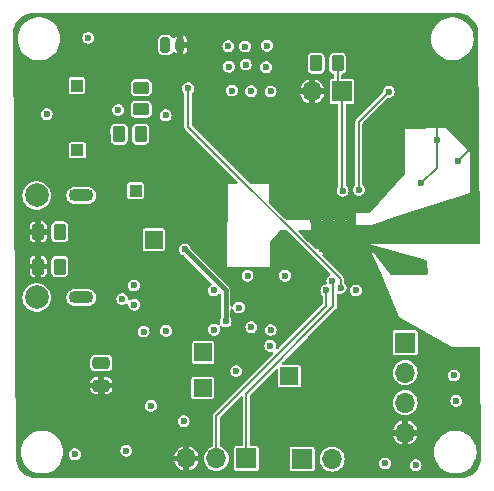
<source format=gbr>
%TF.GenerationSoftware,KiCad,Pcbnew,8.0.3*%
%TF.CreationDate,2025-03-18T19:22:59-05:00*%
%TF.ProjectId,wearable_v2_nrf,77656172-6162-46c6-955f-76325f6e7266,rev?*%
%TF.SameCoordinates,Original*%
%TF.FileFunction,Copper,L4,Bot*%
%TF.FilePolarity,Positive*%
%FSLAX46Y46*%
G04 Gerber Fmt 4.6, Leading zero omitted, Abs format (unit mm)*
G04 Created by KiCad (PCBNEW 8.0.3) date 2025-03-18 19:22:59*
%MOMM*%
%LPD*%
G01*
G04 APERTURE LIST*
G04 Aperture macros list*
%AMRoundRect*
0 Rectangle with rounded corners*
0 $1 Rounding radius*
0 $2 $3 $4 $5 $6 $7 $8 $9 X,Y pos of 4 corners*
0 Add a 4 corners polygon primitive as box body*
4,1,4,$2,$3,$4,$5,$6,$7,$8,$9,$2,$3,0*
0 Add four circle primitives for the rounded corners*
1,1,$1+$1,$2,$3*
1,1,$1+$1,$4,$5*
1,1,$1+$1,$6,$7*
1,1,$1+$1,$8,$9*
0 Add four rect primitives between the rounded corners*
20,1,$1+$1,$2,$3,$4,$5,0*
20,1,$1+$1,$4,$5,$6,$7,0*
20,1,$1+$1,$6,$7,$8,$9,0*
20,1,$1+$1,$8,$9,$2,$3,0*%
G04 Aperture macros list end*
%TA.AperFunction,ComponentPad*%
%ADD10R,1.700000X1.700000*%
%TD*%
%TA.AperFunction,ComponentPad*%
%ADD11O,1.700000X1.700000*%
%TD*%
%TA.AperFunction,ComponentPad*%
%ADD12RoundRect,0.200000X-0.200000X-0.450000X0.200000X-0.450000X0.200000X0.450000X-0.200000X0.450000X0*%
%TD*%
%TA.AperFunction,ComponentPad*%
%ADD13O,0.800000X1.300000*%
%TD*%
%TA.AperFunction,ComponentPad*%
%ADD14R,1.500000X1.500000*%
%TD*%
%TA.AperFunction,HeatsinkPad*%
%ADD15C,0.500000*%
%TD*%
%TA.AperFunction,HeatsinkPad*%
%ADD16R,2.500000X2.500000*%
%TD*%
%TA.AperFunction,ComponentPad*%
%ADD17C,2.010000*%
%TD*%
%TA.AperFunction,ComponentPad*%
%ADD18O,2.100000X1.100000*%
%TD*%
%TA.AperFunction,ComponentPad*%
%ADD19R,1.000000X1.000000*%
%TD*%
%TA.AperFunction,SMDPad,CuDef*%
%ADD20RoundRect,0.250000X0.262500X0.450000X-0.262500X0.450000X-0.262500X-0.450000X0.262500X-0.450000X0*%
%TD*%
%TA.AperFunction,SMDPad,CuDef*%
%ADD21RoundRect,0.250000X0.450000X-0.262500X0.450000X0.262500X-0.450000X0.262500X-0.450000X-0.262500X0*%
%TD*%
%TA.AperFunction,SMDPad,CuDef*%
%ADD22RoundRect,0.250000X-0.475000X0.250000X-0.475000X-0.250000X0.475000X-0.250000X0.475000X0.250000X0*%
%TD*%
%TA.AperFunction,SMDPad,CuDef*%
%ADD23RoundRect,0.250000X-0.262500X-0.450000X0.262500X-0.450000X0.262500X0.450000X-0.262500X0.450000X0*%
%TD*%
%TA.AperFunction,ViaPad*%
%ADD24C,0.600000*%
%TD*%
%TA.AperFunction,Conductor*%
%ADD25C,0.200000*%
%TD*%
%TA.AperFunction,Conductor*%
%ADD26C,0.400000*%
%TD*%
G04 APERTURE END LIST*
D10*
%TO.P,R5,1*%
%TO.N,/ADC1_P*%
X110200000Y-55275000D03*
D11*
%TO.P,R5,2*%
%TO.N,GND*%
X107660000Y-55275000D03*
%TD*%
D12*
%TO.P,BT1,1,+*%
%TO.N,/VBAT+*%
X95250000Y-51350000D03*
D13*
%TO.P,BT1,2,-*%
%TO.N,GND*%
X96500000Y-51350000D03*
%TD*%
D14*
%TO.P,TP5,1,1*%
%TO.N,/I2C1_SCL*%
X98400000Y-80375000D03*
%TD*%
D10*
%TO.P,M1,1,+*%
%TO.N,VCC*%
X106825000Y-86400000D03*
D11*
%TO.P,M1,2,-*%
%TO.N,Net-(D4-A)*%
X109365000Y-86400000D03*
%TD*%
D10*
%TO.P,J1,1,Pin_1*%
%TO.N,/SWDIO*%
X115550000Y-76545000D03*
D11*
%TO.P,J1,2,Pin_2*%
%TO.N,/SWCLK*%
X115550000Y-79085000D03*
%TO.P,J1,3,Pin_3*%
%TO.N,+3.3V*%
X115550000Y-81625000D03*
%TO.P,J1,4,Pin_4*%
%TO.N,GND*%
X115550000Y-84165000D03*
%TD*%
D14*
%TO.P,TP6,1,1*%
%TO.N,/INT1*%
X94275000Y-67825000D03*
%TD*%
D15*
%TO.P,U1,33,VSS*%
%TO.N,GND*%
X108525000Y-66575000D03*
X108525000Y-67575000D03*
X108525000Y-68575000D03*
X109525000Y-66575000D03*
X109525000Y-67575000D03*
D16*
X109525000Y-67575000D03*
D15*
X109525000Y-68575000D03*
X110525000Y-66575000D03*
X110525000Y-67575000D03*
X110525000Y-68575000D03*
%TD*%
D17*
%TO.P,J2,MH1,MH1*%
%TO.N,unconnected-(J2-PadMH1)*%
X84347500Y-64080000D03*
%TO.P,J2,MH2,MH2*%
%TO.N,unconnected-(J2-PadMH2)*%
X84347500Y-72720000D03*
D18*
%TO.P,J2,MH3,MH3*%
%TO.N,unconnected-(J2-PadMH3)*%
X88118500Y-64082000D03*
%TO.P,J2,MH4,MH4*%
%TO.N,unconnected-(J2-PadMH4)*%
X88118500Y-72718000D03*
%TD*%
D19*
%TO.P,TP2,1,1*%
%TO.N,/VBAT+*%
X87750000Y-54775000D03*
%TD*%
D14*
%TO.P,TP4,1,1*%
%TO.N,/I2C1_SDA*%
X98450000Y-77375000D03*
%TD*%
D10*
%TO.P,J3,1,Pin_1*%
%TO.N,/USART1_TX*%
X102100000Y-86350000D03*
D11*
%TO.P,J3,2,Pin_2*%
%TO.N,/USART1_RX*%
X99560000Y-86350000D03*
%TO.P,J3,3,Pin_3*%
%TO.N,GND*%
X97020000Y-86350000D03*
%TD*%
D19*
%TO.P,TP1,1,1*%
%TO.N,/VBUS*%
X87800000Y-60250000D03*
%TD*%
D14*
%TO.P,TP7,1,1*%
%TO.N,/HAPTIC*%
X105750000Y-79375000D03*
%TD*%
D19*
%TO.P,TP3,1,1*%
%TO.N,VCC*%
X92725000Y-63675000D03*
%TD*%
D20*
%TO.P,R2,1*%
%TO.N,Net-(J2-CC1)*%
X86312500Y-67150000D03*
%TO.P,R2,2*%
%TO.N,GND*%
X84487500Y-67150000D03*
%TD*%
D21*
%TO.P,R12,1*%
%TO.N,VCC*%
X93200000Y-56775000D03*
%TO.P,R12,2*%
%TO.N,/VBAT+*%
X93200000Y-54950000D03*
%TD*%
D22*
%TO.P,C2,1*%
%TO.N,/NRST*%
X89825000Y-78275000D03*
%TO.P,C2,2*%
%TO.N,GND*%
X89825000Y-80175000D03*
%TD*%
D23*
%TO.P,R4,1*%
%TO.N,+3.3V*%
X108012500Y-52900000D03*
%TO.P,R4,2*%
%TO.N,/ADC1_P*%
X109837500Y-52900000D03*
%TD*%
%TO.P,R11,1*%
%TO.N,/VBUS*%
X91337500Y-58900000D03*
%TO.P,R11,2*%
%TO.N,VCC*%
X93162500Y-58900000D03*
%TD*%
D20*
%TO.P,R3,1*%
%TO.N,Net-(J2-CC2)*%
X86312500Y-70100000D03*
%TO.P,R3,2*%
%TO.N,GND*%
X84487500Y-70100000D03*
%TD*%
D24*
%TO.N,GND*%
X112225000Y-60100000D03*
X106400000Y-60075000D03*
X89925000Y-84125000D03*
X112475000Y-85225000D03*
X92425000Y-83700000D03*
X103500000Y-83150000D03*
X86900000Y-56950000D03*
X92025000Y-51325000D03*
X98900000Y-55275000D03*
X84475000Y-67125000D03*
X96200000Y-55025000D03*
X117075000Y-66975000D03*
X118206500Y-59419500D03*
X89975000Y-81225000D03*
X118625000Y-79550000D03*
X114225000Y-60125000D03*
X93475000Y-72650000D03*
X93250000Y-60525000D03*
X101525000Y-50050000D03*
X113675000Y-73175000D03*
X83725000Y-57925000D03*
X98150000Y-83450000D03*
X83800000Y-56125000D03*
X102625000Y-57425000D03*
X119981500Y-61194500D03*
X114150000Y-50100000D03*
X89850000Y-80175000D03*
X107925000Y-77600000D03*
X91250000Y-79300000D03*
X105175000Y-72525000D03*
X99325000Y-64150000D03*
X107875000Y-57900000D03*
X84225000Y-81300000D03*
X84500000Y-70100000D03*
X95325000Y-62550000D03*
X99425000Y-67275000D03*
X104275000Y-60037500D03*
X118625000Y-82925000D03*
X116893500Y-63057500D03*
X104900000Y-74975000D03*
X118700000Y-56850000D03*
X121100000Y-58000000D03*
%TO.N,/VBAT+*%
X93225000Y-54975000D03*
%TO.N,VCC*%
X96875000Y-68650000D03*
X93225000Y-58600000D03*
X93175000Y-56825000D03*
X100350000Y-74750000D03*
%TO.N,/NRST*%
X89825000Y-78275000D03*
X101475000Y-73575000D03*
X111375000Y-72125000D03*
%TO.N,+3.3V*%
X91950000Y-85700000D03*
X100625000Y-53175000D03*
X93400000Y-75600000D03*
X94025000Y-81900000D03*
X96800000Y-83200000D03*
X102500000Y-55250000D03*
X119675000Y-79325000D03*
X103775000Y-53225000D03*
X99375000Y-75450000D03*
X100875000Y-55200000D03*
X119879507Y-81477661D03*
X116440695Y-86922447D03*
X100575000Y-51450000D03*
X85200000Y-57200000D03*
X102000000Y-51475000D03*
X87575000Y-86000000D03*
X113850000Y-86775000D03*
X95300000Y-75550000D03*
X91600000Y-72850000D03*
X92625000Y-73325000D03*
X104125000Y-76800000D03*
X104150000Y-75475000D03*
X103850000Y-51400000D03*
X104150000Y-55275000D03*
X108000000Y-52875000D03*
X88725000Y-50750000D03*
X101250000Y-78950000D03*
X92575000Y-71700000D03*
X102050000Y-53000000D03*
%TO.N,/VBUS*%
X91050000Y-58625000D03*
X95275000Y-57300000D03*
X91250000Y-56850000D03*
%TO.N,Net-(J2-CC2)*%
X86312500Y-70100000D03*
%TO.N,Net-(J2-CC1)*%
X86312500Y-67150000D03*
%TO.N,/USART1_RX*%
X108875000Y-72125000D03*
%TO.N,/USART1_TX*%
X109375000Y-71327761D03*
%TO.N,/ADC1_P*%
X110250000Y-63675000D03*
%TO.N,/LED0*%
X114150000Y-55300000D03*
X111625000Y-63600000D03*
%TO.N,/I2C1_SDA*%
X99347551Y-72112500D03*
%TO.N,/I2C1_SCL*%
X102525000Y-75225000D03*
%TO.N,/INT1*%
X102200000Y-70875000D03*
X105375000Y-70875000D03*
%TO.N,/STAT*%
X97162500Y-55012500D03*
X110075000Y-71900000D03*
%TD*%
D25*
%TO.N,GND*%
X118206500Y-57343500D02*
X118206500Y-59419500D01*
X118206500Y-59419500D02*
X118206500Y-61744500D01*
X119981500Y-61194500D02*
X121100000Y-60076000D01*
D26*
X118231500Y-59394500D02*
X118206500Y-59419500D01*
X89850000Y-80175000D02*
X89850000Y-81100000D01*
D25*
X118700000Y-56850000D02*
X118206500Y-57343500D01*
D26*
X89850000Y-81100000D02*
X89975000Y-81225000D01*
D25*
X121100000Y-60076000D02*
X121100000Y-58000000D01*
X118206500Y-61744500D02*
X116893500Y-63057500D01*
D26*
%TO.N,VCC*%
X100350000Y-72125000D02*
X100350000Y-74750000D01*
X96875000Y-68650000D02*
X100350000Y-72125000D01*
D25*
%TO.N,/USART1_RX*%
X108875000Y-73400000D02*
X99560000Y-82715000D01*
X99560000Y-82715000D02*
X99560000Y-86350000D01*
X108875000Y-72125000D02*
X108875000Y-73400000D01*
%TO.N,/USART1_TX*%
X102100000Y-80850000D02*
X102100000Y-86350000D01*
X109375000Y-71327761D02*
X109475000Y-71427761D01*
X109475000Y-71427761D02*
X109475000Y-73475000D01*
X109475000Y-73475000D02*
X102100000Y-80850000D01*
%TO.N,/ADC1_P*%
X110250000Y-63675000D02*
X110200000Y-63625000D01*
X109837500Y-52900000D02*
X109837500Y-54912500D01*
X109837500Y-54912500D02*
X110200000Y-55275000D01*
X110200000Y-63625000D02*
X110200000Y-55275000D01*
%TO.N,/LED0*%
X111625000Y-63600000D02*
X111625000Y-57825000D01*
X111625000Y-57825000D02*
X114150000Y-55300000D01*
%TO.N,/STAT*%
X110075000Y-71179232D02*
X97162500Y-58266732D01*
X97162500Y-58266732D02*
X97162500Y-55012500D01*
X110075000Y-71900000D02*
X110075000Y-71179232D01*
%TD*%
%TA.AperFunction,Conductor*%
%TO.N,GND*%
G36*
X120043629Y-48615029D02*
G01*
X120272231Y-48631381D01*
X120289737Y-48633898D01*
X120506726Y-48681103D01*
X120509347Y-48681673D01*
X120526322Y-48686658D01*
X120736889Y-48765197D01*
X120752979Y-48772544D01*
X120950239Y-48880258D01*
X120965121Y-48889822D01*
X120969173Y-48892856D01*
X121145035Y-49024506D01*
X121158406Y-49036092D01*
X121317325Y-49195013D01*
X121328911Y-49208385D01*
X121463588Y-49388297D01*
X121473152Y-49403180D01*
X121580861Y-49600436D01*
X121588211Y-49616530D01*
X121666749Y-49827105D01*
X121671733Y-49844080D01*
X121719503Y-50063682D01*
X121722021Y-50081193D01*
X121738397Y-50310172D01*
X121738713Y-50319018D01*
X121738713Y-50368337D01*
X121739116Y-50373254D01*
X121862039Y-68074129D01*
X121842820Y-68141303D01*
X121790335Y-68187424D01*
X121737719Y-68198990D01*
X112525002Y-68175000D01*
X112525000Y-68175000D01*
X117337550Y-69574568D01*
X117396425Y-69612190D01*
X117425615Y-69675670D01*
X117426896Y-69691052D01*
X117447383Y-70674425D01*
X117429099Y-70741860D01*
X117377260Y-70788705D01*
X117324402Y-70801004D01*
X114386317Y-70824509D01*
X114319122Y-70805361D01*
X114287389Y-70776570D01*
X114276759Y-70762882D01*
X112500000Y-68475000D01*
X112500000Y-68475001D01*
X113499139Y-70673106D01*
X113500785Y-70676892D01*
X113661107Y-71063242D01*
X115025000Y-74350000D01*
X119500000Y-76950000D01*
X121799251Y-76928905D01*
X121866469Y-76947974D01*
X121912706Y-77000356D01*
X121924386Y-77052039D01*
X121988673Y-86309443D01*
X121988360Y-86319151D01*
X121972046Y-86547230D01*
X121969528Y-86564742D01*
X121921755Y-86784347D01*
X121916771Y-86801322D01*
X121838228Y-87011902D01*
X121830878Y-87027996D01*
X121723169Y-87225247D01*
X121713604Y-87240129D01*
X121578920Y-87420046D01*
X121567334Y-87433417D01*
X121408417Y-87592334D01*
X121395046Y-87603920D01*
X121215129Y-87738604D01*
X121200247Y-87748169D01*
X121002996Y-87855878D01*
X120986902Y-87863228D01*
X120776322Y-87941771D01*
X120759347Y-87946755D01*
X120539742Y-87994528D01*
X120522230Y-87997046D01*
X120293630Y-88013398D01*
X120284783Y-88013714D01*
X84346806Y-88013714D01*
X84346794Y-88013713D01*
X84293637Y-88013713D01*
X84284792Y-88013397D01*
X84056190Y-87997049D01*
X84038678Y-87994531D01*
X83819072Y-87946760D01*
X83802096Y-87941776D01*
X83591517Y-87863236D01*
X83575424Y-87855887D01*
X83378168Y-87748179D01*
X83363284Y-87738614D01*
X83183363Y-87603929D01*
X83169992Y-87592343D01*
X83011067Y-87433420D01*
X82999488Y-87420057D01*
X82864791Y-87240127D01*
X82855238Y-87225261D01*
X82747519Y-87027991D01*
X82740173Y-87011905D01*
X82661629Y-86801322D01*
X82656647Y-86784357D01*
X82654611Y-86775000D01*
X82608870Y-86564742D01*
X82606353Y-86547231D01*
X82605857Y-86540303D01*
X82590030Y-86319027D01*
X82589714Y-86310180D01*
X82589714Y-86260064D01*
X82589310Y-86255154D01*
X82589257Y-86247523D01*
X82586248Y-85814209D01*
X82983665Y-85814209D01*
X82983665Y-85814218D01*
X83003830Y-86083315D01*
X83063878Y-86346402D01*
X83063880Y-86346409D01*
X83162470Y-86597610D01*
X83162472Y-86597614D01*
X83167276Y-86605934D01*
X83297399Y-86831316D01*
X83406341Y-86967924D01*
X83465656Y-87042303D01*
X83577858Y-87146410D01*
X83663473Y-87225849D01*
X83886440Y-87377865D01*
X84129573Y-87494952D01*
X84387442Y-87574494D01*
X84387443Y-87574494D01*
X84387446Y-87574495D01*
X84654277Y-87614713D01*
X84654282Y-87614713D01*
X84654285Y-87614714D01*
X84654286Y-87614714D01*
X84924142Y-87614714D01*
X84924143Y-87614714D01*
X84924150Y-87614713D01*
X85190981Y-87574495D01*
X85190982Y-87574494D01*
X85190986Y-87574494D01*
X85448855Y-87494952D01*
X85691989Y-87377865D01*
X85914955Y-87225849D01*
X86112775Y-87042299D01*
X86281029Y-86831316D01*
X86415957Y-86597612D01*
X86514548Y-86346409D01*
X86574597Y-86083317D01*
X86580841Y-86000000D01*
X87069353Y-86000000D01*
X87089834Y-86142456D01*
X87146540Y-86266622D01*
X87149623Y-86273373D01*
X87243872Y-86382143D01*
X87364947Y-86459953D01*
X87364950Y-86459954D01*
X87364949Y-86459954D01*
X87503036Y-86500499D01*
X87503038Y-86500500D01*
X87503039Y-86500500D01*
X87646962Y-86500500D01*
X87646962Y-86500499D01*
X87785053Y-86459953D01*
X87906128Y-86382143D01*
X88000377Y-86273373D01*
X88060165Y-86142457D01*
X88080647Y-86000000D01*
X88060165Y-85857543D01*
X88000377Y-85726627D01*
X87977305Y-85700000D01*
X91444353Y-85700000D01*
X91464834Y-85842456D01*
X91524622Y-85973371D01*
X91524623Y-85973373D01*
X91618872Y-86082143D01*
X91739947Y-86159953D01*
X91739950Y-86159954D01*
X91739949Y-86159954D01*
X91878036Y-86200499D01*
X91878038Y-86200500D01*
X91878039Y-86200500D01*
X92021962Y-86200500D01*
X92021962Y-86200499D01*
X92160053Y-86159953D01*
X92253342Y-86100000D01*
X95998590Y-86100000D01*
X96586988Y-86100000D01*
X96554075Y-86157007D01*
X96520000Y-86284174D01*
X96520000Y-86415826D01*
X96554075Y-86542993D01*
X96586988Y-86600000D01*
X95998590Y-86600000D01*
X96045233Y-86753766D01*
X96142728Y-86936166D01*
X96142732Y-86936173D01*
X96273944Y-87096055D01*
X96433826Y-87227267D01*
X96433833Y-87227271D01*
X96616233Y-87324766D01*
X96770000Y-87371410D01*
X96770000Y-86783012D01*
X96827007Y-86815925D01*
X96954174Y-86850000D01*
X97085826Y-86850000D01*
X97212993Y-86815925D01*
X97270000Y-86783012D01*
X97270000Y-87371410D01*
X97423766Y-87324766D01*
X97606166Y-87227271D01*
X97606173Y-87227267D01*
X97766055Y-87096055D01*
X97897267Y-86936173D01*
X97897271Y-86936166D01*
X97994766Y-86753766D01*
X98041410Y-86600000D01*
X97453012Y-86600000D01*
X97485925Y-86542993D01*
X97520000Y-86415826D01*
X97520000Y-86284174D01*
X97485925Y-86157007D01*
X97453012Y-86100000D01*
X98041410Y-86100000D01*
X97994766Y-85946233D01*
X97897271Y-85763833D01*
X97897267Y-85763826D01*
X97766055Y-85603944D01*
X97606173Y-85472732D01*
X97606166Y-85472728D01*
X97423763Y-85375232D01*
X97270000Y-85328587D01*
X97270000Y-85916988D01*
X97212993Y-85884075D01*
X97085826Y-85850000D01*
X96954174Y-85850000D01*
X96827007Y-85884075D01*
X96770000Y-85916988D01*
X96770000Y-85328587D01*
X96616236Y-85375232D01*
X96433833Y-85472728D01*
X96433826Y-85472732D01*
X96273944Y-85603944D01*
X96142732Y-85763826D01*
X96142728Y-85763833D01*
X96045233Y-85946233D01*
X95998590Y-86100000D01*
X92253342Y-86100000D01*
X92281128Y-86082143D01*
X92375377Y-85973373D01*
X92435165Y-85842457D01*
X92455647Y-85700000D01*
X92435165Y-85557543D01*
X92375377Y-85426627D01*
X92281128Y-85317857D01*
X92160053Y-85240047D01*
X92160051Y-85240046D01*
X92160049Y-85240045D01*
X92160050Y-85240045D01*
X92021963Y-85199500D01*
X92021961Y-85199500D01*
X91878039Y-85199500D01*
X91878036Y-85199500D01*
X91739949Y-85240045D01*
X91618873Y-85317856D01*
X91618872Y-85317856D01*
X91618872Y-85317857D01*
X91606804Y-85331784D01*
X91524623Y-85426626D01*
X91524622Y-85426628D01*
X91464834Y-85557543D01*
X91444353Y-85700000D01*
X87977305Y-85700000D01*
X87906128Y-85617857D01*
X87785053Y-85540047D01*
X87785051Y-85540046D01*
X87785049Y-85540045D01*
X87785050Y-85540045D01*
X87646963Y-85499500D01*
X87646961Y-85499500D01*
X87503039Y-85499500D01*
X87503036Y-85499500D01*
X87364949Y-85540045D01*
X87243873Y-85617856D01*
X87149623Y-85726626D01*
X87149622Y-85726628D01*
X87089834Y-85857543D01*
X87069353Y-86000000D01*
X86580841Y-86000000D01*
X86591516Y-85857543D01*
X86594763Y-85814218D01*
X86594763Y-85814209D01*
X86574597Y-85545112D01*
X86573441Y-85540047D01*
X86514548Y-85282019D01*
X86415957Y-85030816D01*
X86281029Y-84797112D01*
X86112775Y-84586129D01*
X86112774Y-84586128D01*
X86112771Y-84586124D01*
X85914955Y-84402579D01*
X85691989Y-84250563D01*
X85691983Y-84250560D01*
X85691982Y-84250559D01*
X85691981Y-84250558D01*
X85448857Y-84133477D01*
X85448859Y-84133477D01*
X85190987Y-84053934D01*
X85190981Y-84053932D01*
X84924150Y-84013714D01*
X84924143Y-84013714D01*
X84654285Y-84013714D01*
X84654277Y-84013714D01*
X84387446Y-84053932D01*
X84387440Y-84053934D01*
X84129572Y-84133476D01*
X83886444Y-84250560D01*
X83663472Y-84402579D01*
X83465656Y-84586124D01*
X83297399Y-84797112D01*
X83162472Y-85030813D01*
X83162470Y-85030817D01*
X83063880Y-85282018D01*
X83063878Y-85282025D01*
X83003830Y-85545112D01*
X82983665Y-85814209D01*
X82586248Y-85814209D01*
X82568094Y-83200000D01*
X96294353Y-83200000D01*
X96314834Y-83342456D01*
X96349766Y-83418944D01*
X96374623Y-83473373D01*
X96468872Y-83582143D01*
X96589947Y-83659953D01*
X96589950Y-83659954D01*
X96589949Y-83659954D01*
X96728036Y-83700499D01*
X96728038Y-83700500D01*
X96728039Y-83700500D01*
X96871962Y-83700500D01*
X96871962Y-83700499D01*
X97010053Y-83659953D01*
X97131128Y-83582143D01*
X97225377Y-83473373D01*
X97285165Y-83342457D01*
X97305647Y-83200000D01*
X97285165Y-83057543D01*
X97225377Y-82926627D01*
X97131128Y-82817857D01*
X97010053Y-82740047D01*
X97010051Y-82740046D01*
X97010049Y-82740045D01*
X97010050Y-82740045D01*
X96871963Y-82699500D01*
X96871961Y-82699500D01*
X96728039Y-82699500D01*
X96728036Y-82699500D01*
X96589949Y-82740045D01*
X96468873Y-82817856D01*
X96374623Y-82926626D01*
X96374622Y-82926628D01*
X96314834Y-83057543D01*
X96294353Y-83200000D01*
X82568094Y-83200000D01*
X82559066Y-81900000D01*
X93519353Y-81900000D01*
X93539834Y-82042456D01*
X93599622Y-82173371D01*
X93599623Y-82173373D01*
X93693872Y-82282143D01*
X93814947Y-82359953D01*
X93814950Y-82359954D01*
X93814949Y-82359954D01*
X93953036Y-82400499D01*
X93953038Y-82400500D01*
X93953039Y-82400500D01*
X94096962Y-82400500D01*
X94096962Y-82400499D01*
X94235053Y-82359953D01*
X94356128Y-82282143D01*
X94450377Y-82173373D01*
X94510165Y-82042457D01*
X94530647Y-81900000D01*
X94510165Y-81757543D01*
X94450377Y-81626627D01*
X94356128Y-81517857D01*
X94235053Y-81440047D01*
X94235051Y-81440046D01*
X94235049Y-81440045D01*
X94235050Y-81440045D01*
X94096963Y-81399500D01*
X94096961Y-81399500D01*
X93953039Y-81399500D01*
X93953036Y-81399500D01*
X93814949Y-81440045D01*
X93693873Y-81517856D01*
X93599623Y-81626626D01*
X93599622Y-81626628D01*
X93539834Y-81757543D01*
X93519353Y-81900000D01*
X82559066Y-81900000D01*
X82549199Y-80479196D01*
X88900001Y-80479196D01*
X88902851Y-80509606D01*
X88947653Y-80637645D01*
X89028207Y-80746792D01*
X89137354Y-80827346D01*
X89265397Y-80872149D01*
X89295792Y-80874999D01*
X89574999Y-80874999D01*
X90075000Y-80874999D01*
X90354196Y-80874999D01*
X90384606Y-80872148D01*
X90512645Y-80827346D01*
X90621792Y-80746792D01*
X90702346Y-80637645D01*
X90747149Y-80509604D01*
X90747149Y-80509600D01*
X90750000Y-80479206D01*
X90750000Y-80425000D01*
X90075000Y-80425000D01*
X90075000Y-80874999D01*
X89574999Y-80874999D01*
X89575000Y-80874998D01*
X89575000Y-80425000D01*
X88900001Y-80425000D01*
X88900001Y-80479196D01*
X82549199Y-80479196D01*
X82544974Y-79870793D01*
X88900000Y-79870793D01*
X88900000Y-79925000D01*
X89575000Y-79925000D01*
X90075000Y-79925000D01*
X90749999Y-79925000D01*
X90749999Y-79870803D01*
X90747148Y-79840393D01*
X90702346Y-79712354D01*
X90623298Y-79605247D01*
X97449500Y-79605247D01*
X97449500Y-81144752D01*
X97461131Y-81203229D01*
X97461132Y-81203230D01*
X97505447Y-81269552D01*
X97571769Y-81313867D01*
X97571770Y-81313868D01*
X97630247Y-81325499D01*
X97630250Y-81325500D01*
X97630252Y-81325500D01*
X99169750Y-81325500D01*
X99169751Y-81325499D01*
X99184568Y-81322552D01*
X99228229Y-81313868D01*
X99228229Y-81313867D01*
X99228231Y-81313867D01*
X99294552Y-81269552D01*
X99338867Y-81203231D01*
X99338867Y-81203229D01*
X99338868Y-81203229D01*
X99350499Y-81144752D01*
X99350500Y-81144750D01*
X99350500Y-79605249D01*
X99350499Y-79605247D01*
X99338868Y-79546770D01*
X99338867Y-79546769D01*
X99294552Y-79480447D01*
X99228230Y-79436132D01*
X99228229Y-79436131D01*
X99169752Y-79424500D01*
X99169748Y-79424500D01*
X97630252Y-79424500D01*
X97630247Y-79424500D01*
X97571770Y-79436131D01*
X97571769Y-79436132D01*
X97505447Y-79480447D01*
X97461132Y-79546769D01*
X97461131Y-79546770D01*
X97449500Y-79605247D01*
X90623298Y-79605247D01*
X90621792Y-79603207D01*
X90512645Y-79522653D01*
X90384602Y-79477850D01*
X90354207Y-79475000D01*
X90075000Y-79475000D01*
X90075000Y-79925000D01*
X89575000Y-79925000D01*
X89575000Y-79475000D01*
X89295804Y-79475000D01*
X89265393Y-79477851D01*
X89137354Y-79522653D01*
X89028207Y-79603207D01*
X88947653Y-79712354D01*
X88902850Y-79840395D01*
X88902850Y-79840399D01*
X88900000Y-79870793D01*
X82544974Y-79870793D01*
X82531779Y-77970730D01*
X88899500Y-77970730D01*
X88899500Y-78579269D01*
X88902353Y-78609699D01*
X88902353Y-78609701D01*
X88947206Y-78737880D01*
X88947207Y-78737882D01*
X89027850Y-78847150D01*
X89137118Y-78927793D01*
X89179845Y-78942744D01*
X89265299Y-78972646D01*
X89295730Y-78975500D01*
X89295734Y-78975500D01*
X90354270Y-78975500D01*
X90384699Y-78972646D01*
X90384701Y-78972646D01*
X90449418Y-78950000D01*
X100744353Y-78950000D01*
X100764834Y-79092456D01*
X100805976Y-79182543D01*
X100824623Y-79223373D01*
X100918872Y-79332143D01*
X101039947Y-79409953D01*
X101039950Y-79409954D01*
X101039949Y-79409954D01*
X101178036Y-79450499D01*
X101178038Y-79450500D01*
X101178039Y-79450500D01*
X101321962Y-79450500D01*
X101321962Y-79450499D01*
X101460053Y-79409953D01*
X101581128Y-79332143D01*
X101675377Y-79223373D01*
X101735165Y-79092457D01*
X101755647Y-78950000D01*
X101735165Y-78807543D01*
X101675377Y-78676627D01*
X101581128Y-78567857D01*
X101460053Y-78490047D01*
X101460051Y-78490046D01*
X101460049Y-78490045D01*
X101460050Y-78490045D01*
X101321963Y-78449500D01*
X101321961Y-78449500D01*
X101178039Y-78449500D01*
X101178036Y-78449500D01*
X101039949Y-78490045D01*
X100918873Y-78567856D01*
X100824623Y-78676626D01*
X100824622Y-78676628D01*
X100764834Y-78807543D01*
X100744353Y-78950000D01*
X90449418Y-78950000D01*
X90469834Y-78942856D01*
X90512882Y-78927793D01*
X90622150Y-78847150D01*
X90702793Y-78737882D01*
X90725219Y-78673790D01*
X90747646Y-78609701D01*
X90747646Y-78609699D01*
X90750500Y-78579269D01*
X90750500Y-77970730D01*
X90747646Y-77940300D01*
X90747646Y-77940298D01*
X90702793Y-77812119D01*
X90702792Y-77812117D01*
X90622150Y-77702850D01*
X90512882Y-77622207D01*
X90512880Y-77622206D01*
X90384700Y-77577353D01*
X90354270Y-77574500D01*
X90354266Y-77574500D01*
X89295734Y-77574500D01*
X89295730Y-77574500D01*
X89265300Y-77577353D01*
X89265298Y-77577353D01*
X89137119Y-77622206D01*
X89137117Y-77622207D01*
X89027850Y-77702850D01*
X88947207Y-77812117D01*
X88947206Y-77812119D01*
X88902353Y-77940298D01*
X88902353Y-77940300D01*
X88899500Y-77970730D01*
X82531779Y-77970730D01*
X82522297Y-76605247D01*
X97499500Y-76605247D01*
X97499500Y-78144752D01*
X97511131Y-78203229D01*
X97511132Y-78203230D01*
X97555447Y-78269552D01*
X97621769Y-78313867D01*
X97621770Y-78313868D01*
X97680247Y-78325499D01*
X97680250Y-78325500D01*
X97680252Y-78325500D01*
X99219750Y-78325500D01*
X99219751Y-78325499D01*
X99234568Y-78322552D01*
X99278229Y-78313868D01*
X99278229Y-78313867D01*
X99278231Y-78313867D01*
X99344552Y-78269552D01*
X99388867Y-78203231D01*
X99388867Y-78203229D01*
X99388868Y-78203229D01*
X99400499Y-78144752D01*
X99400500Y-78144750D01*
X99400500Y-76605249D01*
X99400499Y-76605247D01*
X99388868Y-76546770D01*
X99388867Y-76546769D01*
X99344552Y-76480447D01*
X99278230Y-76436132D01*
X99278229Y-76436131D01*
X99219752Y-76424500D01*
X99219748Y-76424500D01*
X97680252Y-76424500D01*
X97680247Y-76424500D01*
X97621770Y-76436131D01*
X97621769Y-76436132D01*
X97555447Y-76480447D01*
X97511132Y-76546769D01*
X97511131Y-76546770D01*
X97499500Y-76605247D01*
X82522297Y-76605247D01*
X82515316Y-75600000D01*
X92894353Y-75600000D01*
X92914834Y-75742456D01*
X92967211Y-75857143D01*
X92974623Y-75873373D01*
X93068872Y-75982143D01*
X93189947Y-76059953D01*
X93189950Y-76059954D01*
X93189949Y-76059954D01*
X93328036Y-76100499D01*
X93328038Y-76100500D01*
X93328039Y-76100500D01*
X93471962Y-76100500D01*
X93471962Y-76100499D01*
X93610053Y-76059953D01*
X93731128Y-75982143D01*
X93825377Y-75873373D01*
X93885165Y-75742457D01*
X93905647Y-75600000D01*
X93898458Y-75550000D01*
X94794353Y-75550000D01*
X94814834Y-75692456D01*
X94828953Y-75723371D01*
X94874623Y-75823373D01*
X94968872Y-75932143D01*
X95089947Y-76009953D01*
X95089950Y-76009954D01*
X95089949Y-76009954D01*
X95228036Y-76050499D01*
X95228038Y-76050500D01*
X95228039Y-76050500D01*
X95371962Y-76050500D01*
X95371962Y-76050499D01*
X95510053Y-76009953D01*
X95631128Y-75932143D01*
X95725377Y-75823373D01*
X95785165Y-75692457D01*
X95805647Y-75550000D01*
X95785165Y-75407543D01*
X95725377Y-75276627D01*
X95631128Y-75167857D01*
X95510053Y-75090047D01*
X95510051Y-75090046D01*
X95510049Y-75090045D01*
X95510050Y-75090045D01*
X95371963Y-75049500D01*
X95371961Y-75049500D01*
X95228039Y-75049500D01*
X95228036Y-75049500D01*
X95089949Y-75090045D01*
X94968873Y-75167856D01*
X94874623Y-75276626D01*
X94874622Y-75276628D01*
X94814834Y-75407543D01*
X94794353Y-75550000D01*
X93898458Y-75550000D01*
X93885165Y-75457543D01*
X93825377Y-75326627D01*
X93731128Y-75217857D01*
X93610053Y-75140047D01*
X93610051Y-75140046D01*
X93610049Y-75140045D01*
X93610050Y-75140045D01*
X93471963Y-75099500D01*
X93471961Y-75099500D01*
X93328039Y-75099500D01*
X93328036Y-75099500D01*
X93189949Y-75140045D01*
X93068873Y-75217856D01*
X92974623Y-75326626D01*
X92974622Y-75326628D01*
X92914834Y-75457543D01*
X92894353Y-75600000D01*
X82515316Y-75600000D01*
X82495316Y-72719999D01*
X83136836Y-72719999D01*
X83136836Y-72720000D01*
X83157449Y-72942454D01*
X83157449Y-72942456D01*
X83157450Y-72942459D01*
X83208924Y-73123373D01*
X83218590Y-73157345D01*
X83318169Y-73357326D01*
X83318174Y-73357334D01*
X83452810Y-73535621D01*
X83617911Y-73686130D01*
X83617913Y-73686132D01*
X83807857Y-73803740D01*
X83807858Y-73803740D01*
X83807861Y-73803742D01*
X84016186Y-73884448D01*
X84235794Y-73925500D01*
X84235796Y-73925500D01*
X84459204Y-73925500D01*
X84459206Y-73925500D01*
X84678814Y-73884448D01*
X84887139Y-73803742D01*
X85077088Y-73686131D01*
X85242191Y-73535619D01*
X85376827Y-73357332D01*
X85476411Y-73157342D01*
X85537550Y-72942459D01*
X85551500Y-72791920D01*
X86867999Y-72791920D01*
X86896840Y-72936907D01*
X86896843Y-72936917D01*
X86953412Y-73073488D01*
X86953419Y-73073501D01*
X87035548Y-73196415D01*
X87035551Y-73196419D01*
X87140080Y-73300948D01*
X87140084Y-73300951D01*
X87262998Y-73383080D01*
X87263011Y-73383087D01*
X87399582Y-73439656D01*
X87399587Y-73439658D01*
X87399591Y-73439658D01*
X87399592Y-73439659D01*
X87544579Y-73468500D01*
X87544582Y-73468500D01*
X88692420Y-73468500D01*
X88789962Y-73449096D01*
X88837413Y-73439658D01*
X88973995Y-73383084D01*
X89096916Y-73300951D01*
X89201451Y-73196416D01*
X89283584Y-73073495D01*
X89340158Y-72936913D01*
X89354454Y-72865045D01*
X89357447Y-72850000D01*
X91094353Y-72850000D01*
X91114834Y-72992456D01*
X91174622Y-73123371D01*
X91174623Y-73123373D01*
X91268872Y-73232143D01*
X91389947Y-73309953D01*
X91389950Y-73309954D01*
X91389949Y-73309954D01*
X91528036Y-73350499D01*
X91528038Y-73350500D01*
X91528039Y-73350500D01*
X91671962Y-73350500D01*
X91671962Y-73350499D01*
X91810050Y-73309954D01*
X91810051Y-73309954D01*
X91810053Y-73309953D01*
X91928892Y-73233579D01*
X91995931Y-73213895D01*
X92062970Y-73233579D01*
X92108725Y-73286383D01*
X92118669Y-73320248D01*
X92139834Y-73467456D01*
X92188949Y-73575000D01*
X92199623Y-73598373D01*
X92293872Y-73707143D01*
X92414947Y-73784953D01*
X92414950Y-73784954D01*
X92414949Y-73784954D01*
X92553036Y-73825499D01*
X92553038Y-73825500D01*
X92553039Y-73825500D01*
X92696962Y-73825500D01*
X92696962Y-73825499D01*
X92835053Y-73784953D01*
X92956128Y-73707143D01*
X93050377Y-73598373D01*
X93110165Y-73467457D01*
X93130647Y-73325000D01*
X93110165Y-73182543D01*
X93050377Y-73051627D01*
X92956128Y-72942857D01*
X92835053Y-72865047D01*
X92835051Y-72865046D01*
X92835049Y-72865045D01*
X92835050Y-72865045D01*
X92696963Y-72824500D01*
X92696961Y-72824500D01*
X92553039Y-72824500D01*
X92553036Y-72824500D01*
X92414949Y-72865045D01*
X92296107Y-72941420D01*
X92229067Y-72961104D01*
X92162028Y-72941419D01*
X92116273Y-72888615D01*
X92106330Y-72854751D01*
X92085165Y-72707543D01*
X92056183Y-72644082D01*
X92025377Y-72576627D01*
X91931128Y-72467857D01*
X91810053Y-72390047D01*
X91810051Y-72390046D01*
X91810049Y-72390045D01*
X91810050Y-72390045D01*
X91671963Y-72349500D01*
X91671961Y-72349500D01*
X91528039Y-72349500D01*
X91528036Y-72349500D01*
X91389949Y-72390045D01*
X91268873Y-72467856D01*
X91174623Y-72576626D01*
X91174622Y-72576628D01*
X91114834Y-72707543D01*
X91094353Y-72850000D01*
X89357447Y-72850000D01*
X89369000Y-72791920D01*
X89369000Y-72644079D01*
X89340159Y-72499092D01*
X89340158Y-72499091D01*
X89340158Y-72499087D01*
X89339518Y-72497541D01*
X89283587Y-72362511D01*
X89283580Y-72362498D01*
X89201451Y-72239584D01*
X89201448Y-72239580D01*
X89096919Y-72135051D01*
X89096915Y-72135048D01*
X88974001Y-72052919D01*
X88973988Y-72052912D01*
X88837417Y-71996343D01*
X88837407Y-71996340D01*
X88692420Y-71967500D01*
X88692418Y-71967500D01*
X87544582Y-71967500D01*
X87544580Y-71967500D01*
X87399592Y-71996340D01*
X87399582Y-71996343D01*
X87263011Y-72052912D01*
X87262998Y-72052919D01*
X87140084Y-72135048D01*
X87140080Y-72135051D01*
X87035551Y-72239580D01*
X87035548Y-72239584D01*
X86953419Y-72362498D01*
X86953412Y-72362511D01*
X86896843Y-72499082D01*
X86896840Y-72499092D01*
X86868000Y-72644079D01*
X86868000Y-72644082D01*
X86868000Y-72791918D01*
X86868000Y-72791920D01*
X86867999Y-72791920D01*
X85551500Y-72791920D01*
X85558164Y-72720000D01*
X85537550Y-72497541D01*
X85476411Y-72282658D01*
X85435501Y-72200500D01*
X85376830Y-72082673D01*
X85376825Y-72082665D01*
X85242189Y-71904378D01*
X85077088Y-71753869D01*
X85077086Y-71753867D01*
X84990088Y-71700000D01*
X92069353Y-71700000D01*
X92089834Y-71842456D01*
X92149622Y-71973371D01*
X92149623Y-71973373D01*
X92243872Y-72082143D01*
X92364947Y-72159953D01*
X92364950Y-72159954D01*
X92364949Y-72159954D01*
X92503036Y-72200499D01*
X92503038Y-72200500D01*
X92503039Y-72200500D01*
X92646962Y-72200500D01*
X92646962Y-72200499D01*
X92785053Y-72159953D01*
X92906128Y-72082143D01*
X93000377Y-71973373D01*
X93060165Y-71842457D01*
X93080647Y-71700000D01*
X93060165Y-71557543D01*
X93000377Y-71426627D01*
X92906128Y-71317857D01*
X92785053Y-71240047D01*
X92785051Y-71240046D01*
X92785049Y-71240045D01*
X92785050Y-71240045D01*
X92646963Y-71199500D01*
X92646961Y-71199500D01*
X92503039Y-71199500D01*
X92503036Y-71199500D01*
X92364949Y-71240045D01*
X92243873Y-71317856D01*
X92149623Y-71426626D01*
X92149622Y-71426628D01*
X92089834Y-71557543D01*
X92069353Y-71700000D01*
X84990088Y-71700000D01*
X84887142Y-71636259D01*
X84887136Y-71636257D01*
X84862281Y-71626628D01*
X84678814Y-71555552D01*
X84459206Y-71514500D01*
X84235794Y-71514500D01*
X84016186Y-71555552D01*
X83905431Y-71598459D01*
X83807863Y-71636257D01*
X83807857Y-71636259D01*
X83617913Y-71753867D01*
X83617911Y-71753869D01*
X83452810Y-71904378D01*
X83318174Y-72082665D01*
X83318169Y-72082673D01*
X83218590Y-72282654D01*
X83157449Y-72497545D01*
X83136836Y-72719999D01*
X82495316Y-72719999D01*
X82480623Y-70604196D01*
X83775001Y-70604196D01*
X83777851Y-70634606D01*
X83822653Y-70762645D01*
X83903207Y-70871792D01*
X84012354Y-70952346D01*
X84140397Y-70997149D01*
X84170778Y-70999998D01*
X84170806Y-70999999D01*
X84737500Y-70999999D01*
X84804196Y-70999999D01*
X84834606Y-70997148D01*
X84962645Y-70952346D01*
X85071792Y-70871792D01*
X85152346Y-70762645D01*
X85197149Y-70634604D01*
X85197149Y-70634600D01*
X85200000Y-70604206D01*
X85200000Y-70350000D01*
X84737500Y-70350000D01*
X84737500Y-70999999D01*
X84170806Y-70999999D01*
X84237499Y-70999998D01*
X84237500Y-70999998D01*
X84237500Y-70350000D01*
X83775001Y-70350000D01*
X83775001Y-70604196D01*
X82480623Y-70604196D01*
X82473620Y-69595793D01*
X83775000Y-69595793D01*
X83775000Y-69850000D01*
X84237500Y-69850000D01*
X84737500Y-69850000D01*
X85199999Y-69850000D01*
X85199999Y-69595803D01*
X85199992Y-69595730D01*
X85599500Y-69595730D01*
X85599500Y-70604269D01*
X85602353Y-70634699D01*
X85602353Y-70634701D01*
X85647124Y-70762645D01*
X85647207Y-70762882D01*
X85727850Y-70872150D01*
X85837118Y-70952793D01*
X85879845Y-70967744D01*
X85965299Y-70997646D01*
X85995730Y-71000500D01*
X85995734Y-71000500D01*
X86629270Y-71000500D01*
X86659699Y-70997646D01*
X86659701Y-70997646D01*
X86723790Y-70975219D01*
X86787882Y-70952793D01*
X86897150Y-70872150D01*
X86977793Y-70762882D01*
X87008544Y-70675000D01*
X87022646Y-70634701D01*
X87022646Y-70634699D01*
X87025500Y-70604269D01*
X87025500Y-69595730D01*
X87022646Y-69565300D01*
X87022646Y-69565298D01*
X86989006Y-69469163D01*
X86977793Y-69437118D01*
X86897150Y-69327850D01*
X86787882Y-69247207D01*
X86787880Y-69247206D01*
X86659700Y-69202353D01*
X86629270Y-69199500D01*
X86629266Y-69199500D01*
X85995734Y-69199500D01*
X85995730Y-69199500D01*
X85965300Y-69202353D01*
X85965298Y-69202353D01*
X85837119Y-69247206D01*
X85837117Y-69247207D01*
X85727850Y-69327850D01*
X85647207Y-69437117D01*
X85647206Y-69437119D01*
X85602353Y-69565298D01*
X85602353Y-69565300D01*
X85599500Y-69595730D01*
X85199992Y-69595730D01*
X85197148Y-69565393D01*
X85152346Y-69437354D01*
X85071792Y-69328207D01*
X84962645Y-69247653D01*
X84834602Y-69202850D01*
X84804207Y-69200000D01*
X84737500Y-69200000D01*
X84737500Y-69850000D01*
X84237500Y-69850000D01*
X84237500Y-69200000D01*
X84237499Y-69199999D01*
X84170804Y-69200000D01*
X84140393Y-69202851D01*
X84012354Y-69247653D01*
X83903207Y-69328207D01*
X83822653Y-69437354D01*
X83777850Y-69565395D01*
X83777850Y-69565399D01*
X83775000Y-69595793D01*
X82473620Y-69595793D01*
X82460137Y-67654196D01*
X83775001Y-67654196D01*
X83777851Y-67684606D01*
X83822653Y-67812645D01*
X83903207Y-67921792D01*
X84012354Y-68002346D01*
X84140397Y-68047149D01*
X84170778Y-68049998D01*
X84170806Y-68049999D01*
X84737500Y-68049999D01*
X84804196Y-68049999D01*
X84834606Y-68047148D01*
X84962645Y-68002346D01*
X85071792Y-67921792D01*
X85152346Y-67812645D01*
X85197149Y-67684604D01*
X85197149Y-67684600D01*
X85200000Y-67654206D01*
X85200000Y-67400000D01*
X84737500Y-67400000D01*
X84737500Y-68049999D01*
X84170806Y-68049999D01*
X84237499Y-68049998D01*
X84237500Y-68049998D01*
X84237500Y-67400000D01*
X83775001Y-67400000D01*
X83775001Y-67654196D01*
X82460137Y-67654196D01*
X82453134Y-66645793D01*
X83775000Y-66645793D01*
X83775000Y-66900000D01*
X84237500Y-66900000D01*
X84737500Y-66900000D01*
X85199999Y-66900000D01*
X85199999Y-66645803D01*
X85199992Y-66645730D01*
X85599500Y-66645730D01*
X85599500Y-67654269D01*
X85602353Y-67684699D01*
X85602353Y-67684701D01*
X85647124Y-67812645D01*
X85647207Y-67812882D01*
X85727850Y-67922150D01*
X85837118Y-68002793D01*
X85847035Y-68006263D01*
X85965299Y-68047646D01*
X85995730Y-68050500D01*
X85995734Y-68050500D01*
X86629270Y-68050500D01*
X86659699Y-68047646D01*
X86659701Y-68047646D01*
X86724418Y-68025000D01*
X86787882Y-68002793D01*
X86897150Y-67922150D01*
X86977793Y-67812882D01*
X87000219Y-67748790D01*
X87022646Y-67684701D01*
X87022646Y-67684699D01*
X87025500Y-67654269D01*
X87025500Y-67055247D01*
X93324500Y-67055247D01*
X93324500Y-68594752D01*
X93336131Y-68653229D01*
X93336132Y-68653230D01*
X93380447Y-68719552D01*
X93446769Y-68763867D01*
X93446770Y-68763868D01*
X93505247Y-68775499D01*
X93505250Y-68775500D01*
X93505252Y-68775500D01*
X95044750Y-68775500D01*
X95044751Y-68775499D01*
X95059568Y-68772552D01*
X95103229Y-68763868D01*
X95103229Y-68763867D01*
X95103231Y-68763867D01*
X95169552Y-68719552D01*
X95213867Y-68653231D01*
X95213867Y-68653229D01*
X95213868Y-68653229D01*
X95214510Y-68650000D01*
X96369353Y-68650000D01*
X96389834Y-68792456D01*
X96449622Y-68923371D01*
X96449623Y-68923373D01*
X96543872Y-69032143D01*
X96664947Y-69109953D01*
X96664950Y-69109954D01*
X96664949Y-69109954D01*
X96781262Y-69144106D01*
X96834009Y-69175402D01*
X99134408Y-71475801D01*
X99167893Y-71537124D01*
X99162909Y-71606816D01*
X99121037Y-71662749D01*
X99113767Y-71667797D01*
X99016425Y-71730355D01*
X98922174Y-71839126D01*
X98922173Y-71839128D01*
X98862385Y-71970043D01*
X98841904Y-72112500D01*
X98862385Y-72254956D01*
X98910337Y-72359954D01*
X98922174Y-72385873D01*
X99016423Y-72494643D01*
X99137498Y-72572453D01*
X99137501Y-72572454D01*
X99137500Y-72572454D01*
X99275587Y-72612999D01*
X99275589Y-72613000D01*
X99275590Y-72613000D01*
X99419513Y-72613000D01*
X99419513Y-72612999D01*
X99543385Y-72576628D01*
X99557601Y-72572454D01*
X99557601Y-72572453D01*
X99557604Y-72572453D01*
X99678679Y-72494643D01*
X99731788Y-72433351D01*
X99790565Y-72395578D01*
X99860435Y-72395578D01*
X99919213Y-72433352D01*
X99948238Y-72496908D01*
X99949500Y-72514555D01*
X99949500Y-74401667D01*
X99929815Y-74468706D01*
X99929094Y-74469669D01*
X99924622Y-74476628D01*
X99864834Y-74607543D01*
X99844353Y-74750000D01*
X99864834Y-74892457D01*
X99864835Y-74892458D01*
X99868710Y-74900943D01*
X99878654Y-74970101D01*
X99849629Y-75033657D01*
X99790851Y-75071431D01*
X99720981Y-75071431D01*
X99688877Y-75056770D01*
X99585050Y-74990045D01*
X99446963Y-74949500D01*
X99446961Y-74949500D01*
X99303039Y-74949500D01*
X99303036Y-74949500D01*
X99164949Y-74990045D01*
X99043873Y-75067856D01*
X98949623Y-75176626D01*
X98949622Y-75176628D01*
X98889834Y-75307543D01*
X98869353Y-75450000D01*
X98889834Y-75592456D01*
X98935504Y-75692457D01*
X98949623Y-75723373D01*
X99043872Y-75832143D01*
X99164947Y-75909953D01*
X99164950Y-75909954D01*
X99164949Y-75909954D01*
X99303036Y-75950499D01*
X99303038Y-75950500D01*
X99303039Y-75950500D01*
X99446962Y-75950500D01*
X99446962Y-75950499D01*
X99585053Y-75909953D01*
X99706128Y-75832143D01*
X99800377Y-75723373D01*
X99860165Y-75592457D01*
X99880647Y-75450000D01*
X99860165Y-75307543D01*
X99856289Y-75299057D01*
X99846345Y-75229901D01*
X99875368Y-75166345D01*
X99934145Y-75128569D01*
X100004015Y-75128567D01*
X100036122Y-75143229D01*
X100139947Y-75209953D01*
X100139950Y-75209954D01*
X100139949Y-75209954D01*
X100278036Y-75250499D01*
X100278038Y-75250500D01*
X100278039Y-75250500D01*
X100421962Y-75250500D01*
X100421962Y-75250499D01*
X100508806Y-75225000D01*
X102019353Y-75225000D01*
X102039834Y-75367456D01*
X102080976Y-75457543D01*
X102099623Y-75498373D01*
X102193872Y-75607143D01*
X102314947Y-75684953D01*
X102314950Y-75684954D01*
X102314949Y-75684954D01*
X102422107Y-75716417D01*
X102445788Y-75723371D01*
X102453036Y-75725499D01*
X102453038Y-75725500D01*
X102453039Y-75725500D01*
X102596962Y-75725500D01*
X102596962Y-75725499D01*
X102735053Y-75684953D01*
X102856128Y-75607143D01*
X102950377Y-75498373D01*
X102961051Y-75475000D01*
X103644353Y-75475000D01*
X103664834Y-75617456D01*
X103713205Y-75723371D01*
X103724623Y-75748373D01*
X103818872Y-75857143D01*
X103939947Y-75934953D01*
X103939950Y-75934954D01*
X103939949Y-75934954D01*
X104078036Y-75975499D01*
X104078038Y-75975500D01*
X104078039Y-75975500D01*
X104221962Y-75975500D01*
X104221962Y-75975499D01*
X104360053Y-75934953D01*
X104481128Y-75857143D01*
X104575377Y-75748373D01*
X104635165Y-75617457D01*
X104655647Y-75475000D01*
X104635165Y-75332543D01*
X104575377Y-75201627D01*
X104481128Y-75092857D01*
X104360053Y-75015047D01*
X104360051Y-75015046D01*
X104360049Y-75015045D01*
X104360050Y-75015045D01*
X104221963Y-74974500D01*
X104221961Y-74974500D01*
X104078039Y-74974500D01*
X104078036Y-74974500D01*
X103939949Y-75015045D01*
X103818873Y-75092856D01*
X103724623Y-75201626D01*
X103724622Y-75201628D01*
X103664834Y-75332543D01*
X103644353Y-75475000D01*
X102961051Y-75475000D01*
X103010165Y-75367457D01*
X103030647Y-75225000D01*
X103010165Y-75082543D01*
X102950377Y-74951627D01*
X102856128Y-74842857D01*
X102735053Y-74765047D01*
X102735051Y-74765046D01*
X102735049Y-74765045D01*
X102735050Y-74765045D01*
X102596963Y-74724500D01*
X102596961Y-74724500D01*
X102453039Y-74724500D01*
X102453036Y-74724500D01*
X102314949Y-74765045D01*
X102193873Y-74842856D01*
X102099623Y-74951626D01*
X102099622Y-74951628D01*
X102039834Y-75082543D01*
X102019353Y-75225000D01*
X100508806Y-75225000D01*
X100560053Y-75209953D01*
X100681128Y-75132143D01*
X100775377Y-75023373D01*
X100835165Y-74892457D01*
X100855647Y-74750000D01*
X100835165Y-74607543D01*
X100775377Y-74476627D01*
X100775374Y-74476624D01*
X100770582Y-74469166D01*
X100773621Y-74467212D01*
X100751749Y-74419224D01*
X100750500Y-74401667D01*
X100750500Y-73763404D01*
X100770185Y-73696365D01*
X100822989Y-73650610D01*
X100892147Y-73640666D01*
X100955703Y-73669691D01*
X100987294Y-73711892D01*
X100989834Y-73717455D01*
X100989835Y-73717457D01*
X101049623Y-73848373D01*
X101143872Y-73957143D01*
X101264947Y-74034953D01*
X101264950Y-74034954D01*
X101264949Y-74034954D01*
X101403036Y-74075499D01*
X101403038Y-74075500D01*
X101403039Y-74075500D01*
X101546962Y-74075500D01*
X101546962Y-74075499D01*
X101685053Y-74034953D01*
X101806128Y-73957143D01*
X101900377Y-73848373D01*
X101960165Y-73717457D01*
X101980647Y-73575000D01*
X101960165Y-73432543D01*
X101900377Y-73301627D01*
X101806128Y-73192857D01*
X101685053Y-73115047D01*
X101685051Y-73115046D01*
X101685049Y-73115045D01*
X101685050Y-73115045D01*
X101546963Y-73074500D01*
X101546961Y-73074500D01*
X101403039Y-73074500D01*
X101403036Y-73074500D01*
X101264949Y-73115045D01*
X101143873Y-73192856D01*
X101049623Y-73301626D01*
X101049622Y-73301628D01*
X100987294Y-73438107D01*
X100941539Y-73490911D01*
X100874500Y-73510595D01*
X100807460Y-73490910D01*
X100761705Y-73438106D01*
X100750500Y-73386595D01*
X100750500Y-72072275D01*
X100750500Y-72072273D01*
X100723207Y-71970413D01*
X100723207Y-71970412D01*
X100670480Y-71879087D01*
X99666393Y-70875000D01*
X101694353Y-70875000D01*
X101714834Y-71017456D01*
X101735745Y-71063244D01*
X101774623Y-71148373D01*
X101868872Y-71257143D01*
X101989947Y-71334953D01*
X101989950Y-71334954D01*
X101989949Y-71334954D01*
X102128036Y-71375499D01*
X102128038Y-71375500D01*
X102128039Y-71375500D01*
X102271962Y-71375500D01*
X102271962Y-71375499D01*
X102410053Y-71334953D01*
X102531128Y-71257143D01*
X102625377Y-71148373D01*
X102685165Y-71017457D01*
X102705647Y-70875000D01*
X104869353Y-70875000D01*
X104889834Y-71017456D01*
X104910745Y-71063244D01*
X104949623Y-71148373D01*
X105043872Y-71257143D01*
X105164947Y-71334953D01*
X105164950Y-71334954D01*
X105164949Y-71334954D01*
X105303036Y-71375499D01*
X105303038Y-71375500D01*
X105303039Y-71375500D01*
X105446962Y-71375500D01*
X105446962Y-71375499D01*
X105585053Y-71334953D01*
X105706128Y-71257143D01*
X105800377Y-71148373D01*
X105860165Y-71017457D01*
X105880647Y-70875000D01*
X105860165Y-70732543D01*
X105800377Y-70601627D01*
X105706128Y-70492857D01*
X105585053Y-70415047D01*
X105585051Y-70415046D01*
X105585049Y-70415045D01*
X105585050Y-70415045D01*
X105446963Y-70374500D01*
X105446961Y-70374500D01*
X105303039Y-70374500D01*
X105303036Y-70374500D01*
X105164949Y-70415045D01*
X105043873Y-70492856D01*
X104949623Y-70601626D01*
X104949622Y-70601628D01*
X104889834Y-70732543D01*
X104869353Y-70875000D01*
X102705647Y-70875000D01*
X102685165Y-70732543D01*
X102625377Y-70601627D01*
X102531128Y-70492857D01*
X102410053Y-70415047D01*
X102410051Y-70415046D01*
X102410049Y-70415045D01*
X102410050Y-70415045D01*
X102271963Y-70374500D01*
X102271961Y-70374500D01*
X102128039Y-70374500D01*
X102128036Y-70374500D01*
X101989949Y-70415045D01*
X101868873Y-70492856D01*
X101774623Y-70601626D01*
X101774622Y-70601628D01*
X101714834Y-70732543D01*
X101694353Y-70875000D01*
X99666393Y-70875000D01*
X97399629Y-68608236D01*
X97366144Y-68546913D01*
X97364572Y-68538198D01*
X97360165Y-68507546D01*
X97360164Y-68507540D01*
X97300377Y-68376628D01*
X97300376Y-68376626D01*
X97206128Y-68267857D01*
X97085053Y-68190047D01*
X97085051Y-68190046D01*
X97085049Y-68190045D01*
X97085050Y-68190045D01*
X96946963Y-68149500D01*
X96946961Y-68149500D01*
X96803039Y-68149500D01*
X96803036Y-68149500D01*
X96664949Y-68190045D01*
X96543873Y-68267856D01*
X96449623Y-68376626D01*
X96449622Y-68376628D01*
X96389834Y-68507543D01*
X96369353Y-68650000D01*
X95214510Y-68650000D01*
X95222817Y-68608236D01*
X95225500Y-68594748D01*
X95225500Y-67055252D01*
X95225500Y-67055249D01*
X95225499Y-67055247D01*
X95213868Y-66996770D01*
X95213867Y-66996769D01*
X95169552Y-66930447D01*
X95103230Y-66886132D01*
X95103229Y-66886131D01*
X95044752Y-66874500D01*
X95044748Y-66874500D01*
X93505252Y-66874500D01*
X93505247Y-66874500D01*
X93446770Y-66886131D01*
X93446769Y-66886132D01*
X93380447Y-66930447D01*
X93336132Y-66996769D01*
X93336131Y-66996770D01*
X93324500Y-67055247D01*
X87025500Y-67055247D01*
X87025500Y-66645730D01*
X87022646Y-66615300D01*
X87022646Y-66615298D01*
X86978880Y-66490224D01*
X86977793Y-66487118D01*
X86897150Y-66377850D01*
X86787882Y-66297207D01*
X86787880Y-66297206D01*
X86659700Y-66252353D01*
X86629270Y-66249500D01*
X86629266Y-66249500D01*
X85995734Y-66249500D01*
X85995730Y-66249500D01*
X85965300Y-66252353D01*
X85965298Y-66252353D01*
X85837119Y-66297206D01*
X85837117Y-66297207D01*
X85727850Y-66377850D01*
X85647207Y-66487117D01*
X85647206Y-66487119D01*
X85602353Y-66615298D01*
X85602353Y-66615300D01*
X85599500Y-66645730D01*
X85199992Y-66645730D01*
X85197148Y-66615393D01*
X85152346Y-66487354D01*
X85071792Y-66378207D01*
X84962645Y-66297653D01*
X84834602Y-66252850D01*
X84804207Y-66250000D01*
X84737500Y-66250000D01*
X84737500Y-66900000D01*
X84237500Y-66900000D01*
X84237500Y-66250000D01*
X84237499Y-66249999D01*
X84170804Y-66250000D01*
X84140393Y-66252851D01*
X84012354Y-66297653D01*
X83903207Y-66378207D01*
X83822653Y-66487354D01*
X83777850Y-66615395D01*
X83777850Y-66615399D01*
X83775000Y-66645793D01*
X82453134Y-66645793D01*
X82435316Y-64079999D01*
X83136836Y-64079999D01*
X83136836Y-64080000D01*
X83157449Y-64302454D01*
X83157449Y-64302456D01*
X83157450Y-64302459D01*
X83218589Y-64517342D01*
X83218590Y-64517345D01*
X83318169Y-64717326D01*
X83318174Y-64717334D01*
X83452810Y-64895621D01*
X83617911Y-65046130D01*
X83617913Y-65046132D01*
X83807857Y-65163740D01*
X83807858Y-65163740D01*
X83807861Y-65163742D01*
X84016186Y-65244448D01*
X84235794Y-65285500D01*
X84235796Y-65285500D01*
X84459204Y-65285500D01*
X84459206Y-65285500D01*
X84678814Y-65244448D01*
X84887139Y-65163742D01*
X85077088Y-65046131D01*
X85242191Y-64895619D01*
X85376827Y-64717332D01*
X85476411Y-64517342D01*
X85537550Y-64302459D01*
X85551129Y-64155920D01*
X86867999Y-64155920D01*
X86896840Y-64300907D01*
X86896843Y-64300917D01*
X86953412Y-64437488D01*
X86953419Y-64437501D01*
X87035548Y-64560415D01*
X87035551Y-64560419D01*
X87140080Y-64664948D01*
X87140084Y-64664951D01*
X87262998Y-64747080D01*
X87263011Y-64747087D01*
X87399582Y-64803656D01*
X87399587Y-64803658D01*
X87399591Y-64803658D01*
X87399592Y-64803659D01*
X87544579Y-64832500D01*
X87544582Y-64832500D01*
X88692420Y-64832500D01*
X88789962Y-64813096D01*
X88837413Y-64803658D01*
X88973995Y-64747084D01*
X89096916Y-64664951D01*
X89201451Y-64560416D01*
X89283584Y-64437495D01*
X89340158Y-64300913D01*
X89369000Y-64155918D01*
X89369000Y-64008082D01*
X89369000Y-64008079D01*
X89340159Y-63863092D01*
X89340158Y-63863091D01*
X89340158Y-63863087D01*
X89340156Y-63863082D01*
X89283587Y-63726511D01*
X89283580Y-63726498D01*
X89201451Y-63603584D01*
X89201448Y-63603580D01*
X89096919Y-63499051D01*
X89096915Y-63499048D01*
X88974001Y-63416919D01*
X88973988Y-63416912D01*
X88837417Y-63360343D01*
X88837407Y-63360340D01*
X88692420Y-63331500D01*
X88692418Y-63331500D01*
X87544582Y-63331500D01*
X87544580Y-63331500D01*
X87399592Y-63360340D01*
X87399582Y-63360343D01*
X87263011Y-63416912D01*
X87262998Y-63416919D01*
X87140084Y-63499048D01*
X87140080Y-63499051D01*
X87035551Y-63603580D01*
X87035548Y-63603584D01*
X86953419Y-63726498D01*
X86953412Y-63726511D01*
X86896843Y-63863082D01*
X86896840Y-63863092D01*
X86868000Y-64008079D01*
X86868000Y-64008082D01*
X86868000Y-64155918D01*
X86868000Y-64155920D01*
X86867999Y-64155920D01*
X85551129Y-64155920D01*
X85558164Y-64080000D01*
X85556306Y-64059954D01*
X85545967Y-63948371D01*
X85537550Y-63857541D01*
X85476411Y-63642658D01*
X85384234Y-63457543D01*
X85376830Y-63442673D01*
X85376825Y-63442665D01*
X85242189Y-63264378D01*
X85122478Y-63155247D01*
X92024500Y-63155247D01*
X92024500Y-64194752D01*
X92036131Y-64253229D01*
X92036132Y-64253230D01*
X92080447Y-64319552D01*
X92146769Y-64363867D01*
X92146770Y-64363868D01*
X92205247Y-64375499D01*
X92205250Y-64375500D01*
X92205252Y-64375500D01*
X93244750Y-64375500D01*
X93244751Y-64375499D01*
X93259568Y-64372552D01*
X93303229Y-64363868D01*
X93303229Y-64363867D01*
X93303231Y-64363867D01*
X93369552Y-64319552D01*
X93413867Y-64253231D01*
X93413867Y-64253229D01*
X93413868Y-64253229D01*
X93425499Y-64194752D01*
X93425500Y-64194750D01*
X93425500Y-63155249D01*
X93425499Y-63155247D01*
X93413868Y-63096770D01*
X93413867Y-63096769D01*
X93369552Y-63030447D01*
X93303230Y-62986132D01*
X93303229Y-62986131D01*
X93244752Y-62974500D01*
X93244748Y-62974500D01*
X92205252Y-62974500D01*
X92205247Y-62974500D01*
X92146770Y-62986131D01*
X92146769Y-62986132D01*
X92080447Y-63030447D01*
X92036132Y-63096769D01*
X92036131Y-63096770D01*
X92024500Y-63155247D01*
X85122478Y-63155247D01*
X85077088Y-63113869D01*
X85077086Y-63113867D01*
X84887142Y-62996259D01*
X84887136Y-62996257D01*
X84678814Y-62915552D01*
X84459206Y-62874500D01*
X84235794Y-62874500D01*
X84016186Y-62915552D01*
X83965965Y-62935008D01*
X83807863Y-62996257D01*
X83807857Y-62996259D01*
X83617913Y-63113867D01*
X83617911Y-63113869D01*
X83452810Y-63264378D01*
X83318174Y-63442665D01*
X83318169Y-63442673D01*
X83218590Y-63642654D01*
X83157449Y-63857545D01*
X83136836Y-64079999D01*
X82435316Y-64079999D01*
X82405109Y-59730247D01*
X87099500Y-59730247D01*
X87099500Y-60769752D01*
X87111131Y-60828229D01*
X87111132Y-60828230D01*
X87155447Y-60894552D01*
X87221769Y-60938867D01*
X87221770Y-60938868D01*
X87280247Y-60950499D01*
X87280250Y-60950500D01*
X87280252Y-60950500D01*
X88319750Y-60950500D01*
X88319751Y-60950499D01*
X88334568Y-60947552D01*
X88378229Y-60938868D01*
X88378229Y-60938867D01*
X88378231Y-60938867D01*
X88444552Y-60894552D01*
X88488867Y-60828231D01*
X88488867Y-60828229D01*
X88488868Y-60828229D01*
X88500499Y-60769752D01*
X88500500Y-60769750D01*
X88500500Y-59730249D01*
X88500499Y-59730247D01*
X88488868Y-59671770D01*
X88488867Y-59671769D01*
X88444552Y-59605447D01*
X88378230Y-59561132D01*
X88378229Y-59561131D01*
X88319752Y-59549500D01*
X88319748Y-59549500D01*
X87280252Y-59549500D01*
X87280247Y-59549500D01*
X87221770Y-59561131D01*
X87221769Y-59561132D01*
X87155447Y-59605447D01*
X87111132Y-59671769D01*
X87111131Y-59671770D01*
X87099500Y-59730247D01*
X82405109Y-59730247D01*
X82397434Y-58625000D01*
X90544353Y-58625000D01*
X90564834Y-58767456D01*
X90613294Y-58873565D01*
X90624500Y-58925077D01*
X90624500Y-59404269D01*
X90627353Y-59434699D01*
X90627353Y-59434701D01*
X90671595Y-59561133D01*
X90672207Y-59562882D01*
X90752850Y-59672150D01*
X90862118Y-59752793D01*
X90904845Y-59767744D01*
X90990299Y-59797646D01*
X91020730Y-59800500D01*
X91020734Y-59800500D01*
X91654270Y-59800500D01*
X91684699Y-59797646D01*
X91684701Y-59797646D01*
X91748790Y-59775219D01*
X91812882Y-59752793D01*
X91922150Y-59672150D01*
X92002793Y-59562882D01*
X92025219Y-59498790D01*
X92047646Y-59434701D01*
X92047646Y-59434699D01*
X92050500Y-59404269D01*
X92050500Y-58395730D01*
X92449500Y-58395730D01*
X92449500Y-59404269D01*
X92452353Y-59434699D01*
X92452353Y-59434701D01*
X92496595Y-59561133D01*
X92497207Y-59562882D01*
X92577850Y-59672150D01*
X92687118Y-59752793D01*
X92729845Y-59767744D01*
X92815299Y-59797646D01*
X92845730Y-59800500D01*
X92845734Y-59800500D01*
X93479270Y-59800500D01*
X93509699Y-59797646D01*
X93509701Y-59797646D01*
X93573790Y-59775219D01*
X93637882Y-59752793D01*
X93747150Y-59672150D01*
X93827793Y-59562882D01*
X93850219Y-59498790D01*
X93872646Y-59434701D01*
X93872646Y-59434699D01*
X93875500Y-59404269D01*
X93875500Y-58395730D01*
X93872646Y-58365300D01*
X93872646Y-58365298D01*
X93827793Y-58237119D01*
X93827792Y-58237117D01*
X93784590Y-58178580D01*
X93747150Y-58127850D01*
X93637882Y-58047207D01*
X93637880Y-58047206D01*
X93509700Y-58002353D01*
X93479270Y-57999500D01*
X93479266Y-57999500D01*
X92845734Y-57999500D01*
X92845730Y-57999500D01*
X92815300Y-58002353D01*
X92815298Y-58002353D01*
X92687119Y-58047206D01*
X92687117Y-58047207D01*
X92577850Y-58127850D01*
X92497207Y-58237117D01*
X92497206Y-58237119D01*
X92452353Y-58365298D01*
X92452353Y-58365300D01*
X92449500Y-58395730D01*
X92050500Y-58395730D01*
X92047646Y-58365300D01*
X92047646Y-58365298D01*
X92002793Y-58237119D01*
X92002792Y-58237117D01*
X91959590Y-58178580D01*
X91922150Y-58127850D01*
X91812882Y-58047207D01*
X91812880Y-58047206D01*
X91684700Y-58002353D01*
X91654270Y-57999500D01*
X91654266Y-57999500D01*
X91020734Y-57999500D01*
X91020730Y-57999500D01*
X90990300Y-58002353D01*
X90990298Y-58002353D01*
X90862119Y-58047206D01*
X90862117Y-58047207D01*
X90752850Y-58127850D01*
X90672207Y-58237118D01*
X90645049Y-58314729D01*
X90628377Y-58343497D01*
X90629418Y-58344166D01*
X90624623Y-58351627D01*
X90564834Y-58482543D01*
X90544353Y-58625000D01*
X82397434Y-58625000D01*
X82387538Y-57200000D01*
X84694353Y-57200000D01*
X84714834Y-57342456D01*
X84760504Y-57442457D01*
X84774623Y-57473373D01*
X84868872Y-57582143D01*
X84989947Y-57659953D01*
X84989950Y-57659954D01*
X84989949Y-57659954D01*
X85128036Y-57700499D01*
X85128038Y-57700500D01*
X85128039Y-57700500D01*
X85271962Y-57700500D01*
X85271962Y-57700499D01*
X85410053Y-57659953D01*
X85531128Y-57582143D01*
X85625377Y-57473373D01*
X85685165Y-57342457D01*
X85705647Y-57200000D01*
X85685165Y-57057543D01*
X85625377Y-56926627D01*
X85558980Y-56850000D01*
X90744353Y-56850000D01*
X90764834Y-56992456D01*
X90794559Y-57057543D01*
X90824623Y-57123373D01*
X90918872Y-57232143D01*
X91039947Y-57309953D01*
X91039950Y-57309954D01*
X91039949Y-57309954D01*
X91178036Y-57350499D01*
X91178038Y-57350500D01*
X91178039Y-57350500D01*
X91321962Y-57350500D01*
X91321962Y-57350499D01*
X91460053Y-57309953D01*
X91581128Y-57232143D01*
X91675377Y-57123373D01*
X91735165Y-56992457D01*
X91755647Y-56850000D01*
X91735165Y-56707543D01*
X91675377Y-56576627D01*
X91581128Y-56467857D01*
X91566148Y-56458230D01*
X92299500Y-56458230D01*
X92299500Y-57091769D01*
X92302353Y-57122199D01*
X92302353Y-57122201D01*
X92347206Y-57250380D01*
X92347207Y-57250382D01*
X92427850Y-57359650D01*
X92537118Y-57440293D01*
X92579845Y-57455244D01*
X92665299Y-57485146D01*
X92695730Y-57488000D01*
X92695734Y-57488000D01*
X93704270Y-57488000D01*
X93734699Y-57485146D01*
X93734701Y-57485146D01*
X93798790Y-57462719D01*
X93862882Y-57440293D01*
X93972150Y-57359650D01*
X94016173Y-57300000D01*
X94769353Y-57300000D01*
X94789834Y-57442456D01*
X94810634Y-57488000D01*
X94849623Y-57573373D01*
X94943872Y-57682143D01*
X95064947Y-57759953D01*
X95064950Y-57759954D01*
X95064949Y-57759954D01*
X95203036Y-57800499D01*
X95203038Y-57800500D01*
X95203039Y-57800500D01*
X95346962Y-57800500D01*
X95346962Y-57800499D01*
X95485053Y-57759953D01*
X95606128Y-57682143D01*
X95700377Y-57573373D01*
X95760165Y-57442457D01*
X95780647Y-57300000D01*
X95760165Y-57157543D01*
X95700377Y-57026627D01*
X95606128Y-56917857D01*
X95485053Y-56840047D01*
X95485051Y-56840046D01*
X95485049Y-56840045D01*
X95485050Y-56840045D01*
X95346963Y-56799500D01*
X95346961Y-56799500D01*
X95203039Y-56799500D01*
X95203036Y-56799500D01*
X95064949Y-56840045D01*
X94943873Y-56917856D01*
X94849623Y-57026626D01*
X94849622Y-57026628D01*
X94789834Y-57157543D01*
X94769353Y-57300000D01*
X94016173Y-57300000D01*
X94052793Y-57250382D01*
X94085279Y-57157543D01*
X94097646Y-57122201D01*
X94097646Y-57122199D01*
X94100500Y-57091769D01*
X94100500Y-56458230D01*
X94097646Y-56427800D01*
X94097646Y-56427798D01*
X94052793Y-56299619D01*
X94052792Y-56299617D01*
X94030603Y-56269552D01*
X93972150Y-56190350D01*
X93862882Y-56109707D01*
X93862880Y-56109706D01*
X93734700Y-56064853D01*
X93704270Y-56062000D01*
X93704266Y-56062000D01*
X92695734Y-56062000D01*
X92695730Y-56062000D01*
X92665300Y-56064853D01*
X92665298Y-56064853D01*
X92537119Y-56109706D01*
X92537117Y-56109707D01*
X92427850Y-56190350D01*
X92347207Y-56299617D01*
X92347206Y-56299619D01*
X92302353Y-56427798D01*
X92302353Y-56427800D01*
X92299500Y-56458230D01*
X91566148Y-56458230D01*
X91460053Y-56390047D01*
X91460051Y-56390046D01*
X91460049Y-56390045D01*
X91460050Y-56390045D01*
X91321963Y-56349500D01*
X91321961Y-56349500D01*
X91178039Y-56349500D01*
X91178036Y-56349500D01*
X91039949Y-56390045D01*
X90918873Y-56467856D01*
X90824623Y-56576626D01*
X90824622Y-56576628D01*
X90764834Y-56707543D01*
X90744353Y-56850000D01*
X85558980Y-56850000D01*
X85531128Y-56817857D01*
X85410053Y-56740047D01*
X85410051Y-56740046D01*
X85410049Y-56740045D01*
X85410050Y-56740045D01*
X85271963Y-56699500D01*
X85271961Y-56699500D01*
X85128039Y-56699500D01*
X85128036Y-56699500D01*
X84989949Y-56740045D01*
X84868873Y-56817856D01*
X84774623Y-56926626D01*
X84774622Y-56926628D01*
X84714834Y-57057543D01*
X84694353Y-57200000D01*
X82387538Y-57200000D01*
X82367088Y-54255247D01*
X87049500Y-54255247D01*
X87049500Y-55294752D01*
X87061131Y-55353229D01*
X87061132Y-55353230D01*
X87105447Y-55419552D01*
X87171769Y-55463867D01*
X87171770Y-55463868D01*
X87230247Y-55475499D01*
X87230250Y-55475500D01*
X87230252Y-55475500D01*
X88269750Y-55475500D01*
X88269751Y-55475499D01*
X88284568Y-55472552D01*
X88328229Y-55463868D01*
X88328229Y-55463867D01*
X88328231Y-55463867D01*
X88394552Y-55419552D01*
X88438867Y-55353231D01*
X88438867Y-55353229D01*
X88438868Y-55353229D01*
X88450499Y-55294752D01*
X88450500Y-55294750D01*
X88450500Y-54633230D01*
X92299500Y-54633230D01*
X92299500Y-55266769D01*
X92302353Y-55297199D01*
X92302353Y-55297201D01*
X92344434Y-55417457D01*
X92347207Y-55425382D01*
X92427850Y-55534650D01*
X92537118Y-55615293D01*
X92579845Y-55630244D01*
X92665299Y-55660146D01*
X92695730Y-55663000D01*
X92695734Y-55663000D01*
X93704270Y-55663000D01*
X93734699Y-55660146D01*
X93734701Y-55660146D01*
X93814727Y-55632143D01*
X93862882Y-55615293D01*
X93972150Y-55534650D01*
X94052793Y-55425382D01*
X94081810Y-55342456D01*
X94097646Y-55297201D01*
X94097646Y-55297199D01*
X94100500Y-55266769D01*
X94100500Y-55012500D01*
X96656853Y-55012500D01*
X96677334Y-55154956D01*
X96702095Y-55209174D01*
X96737123Y-55285873D01*
X96831372Y-55394643D01*
X96831375Y-55394644D01*
X96831713Y-55395035D01*
X96860738Y-55458591D01*
X96862000Y-55476238D01*
X96862000Y-58306294D01*
X96870249Y-58337078D01*
X96882479Y-58382722D01*
X96882480Y-58382723D01*
X96889992Y-58395734D01*
X96889993Y-58395735D01*
X96922039Y-58451241D01*
X96922041Y-58451244D01*
X101344482Y-62873685D01*
X101377967Y-62935008D01*
X101372983Y-63004700D01*
X101331111Y-63060633D01*
X101265647Y-63085050D01*
X101255043Y-63085354D01*
X100539202Y-63075201D01*
X100525000Y-63075000D01*
X100524999Y-63075000D01*
X100501794Y-69595793D01*
X100500000Y-70100000D01*
X100500001Y-70100000D01*
X104099999Y-70100000D01*
X104100000Y-70100000D01*
X104075584Y-68073532D01*
X104094459Y-68006263D01*
X104107510Y-67988974D01*
X104766523Y-67258717D01*
X104963069Y-67040924D01*
X105022597Y-67004343D01*
X105055126Y-67000000D01*
X105419435Y-67000000D01*
X105486474Y-67019685D01*
X105507116Y-67036319D01*
X109161858Y-70691061D01*
X109195343Y-70752384D01*
X109190359Y-70822076D01*
X109148487Y-70878009D01*
X109141217Y-70883057D01*
X109043874Y-70945616D01*
X108949623Y-71054387D01*
X108949622Y-71054389D01*
X108889834Y-71185304D01*
X108869353Y-71327761D01*
X108891097Y-71478996D01*
X108889716Y-71479194D01*
X108889717Y-71539681D01*
X108851943Y-71598459D01*
X108805674Y-71623725D01*
X108664949Y-71665045D01*
X108543873Y-71742856D01*
X108449623Y-71851626D01*
X108449622Y-71851628D01*
X108389834Y-71982543D01*
X108369353Y-72125000D01*
X108389834Y-72267456D01*
X108449622Y-72398371D01*
X108449623Y-72398373D01*
X108543872Y-72507143D01*
X108543875Y-72507144D01*
X108544213Y-72507535D01*
X108573238Y-72571091D01*
X108574500Y-72588738D01*
X108574500Y-73224167D01*
X108554815Y-73291206D01*
X108538181Y-73311848D01*
X104823663Y-77026365D01*
X104762340Y-77059850D01*
X104692648Y-77054866D01*
X104636715Y-77012994D01*
X104612298Y-76947530D01*
X104613243Y-76921043D01*
X104630647Y-76800000D01*
X104610165Y-76657543D01*
X104550377Y-76526627D01*
X104456128Y-76417857D01*
X104335053Y-76340047D01*
X104335051Y-76340046D01*
X104335049Y-76340045D01*
X104335050Y-76340045D01*
X104196963Y-76299500D01*
X104196961Y-76299500D01*
X104053039Y-76299500D01*
X104053036Y-76299500D01*
X103914949Y-76340045D01*
X103793873Y-76417856D01*
X103699623Y-76526626D01*
X103699622Y-76526628D01*
X103639834Y-76657543D01*
X103619353Y-76800000D01*
X103639834Y-76942456D01*
X103678155Y-77026365D01*
X103699623Y-77073373D01*
X103793872Y-77182143D01*
X103914947Y-77259953D01*
X103914950Y-77259954D01*
X103914949Y-77259954D01*
X104053036Y-77300499D01*
X104053038Y-77300500D01*
X104053039Y-77300500D01*
X104196960Y-77300500D01*
X104196961Y-77300500D01*
X104229938Y-77290816D01*
X104299805Y-77290816D01*
X104358584Y-77328590D01*
X104387610Y-77392145D01*
X104377667Y-77461304D01*
X104352553Y-77497475D01*
X99375489Y-82474540D01*
X99319541Y-82530487D01*
X99319535Y-82530495D01*
X99279982Y-82599004D01*
X99279979Y-82599009D01*
X99259500Y-82675439D01*
X99259500Y-85251421D01*
X99239815Y-85318460D01*
X99187011Y-85364215D01*
X99171496Y-85370081D01*
X99156046Y-85374767D01*
X99025358Y-85444622D01*
X98973550Y-85472315D01*
X98973548Y-85472316D01*
X98973547Y-85472317D01*
X98813589Y-85603589D01*
X98682317Y-85763547D01*
X98682315Y-85763550D01*
X98682164Y-85763833D01*
X98584769Y-85946043D01*
X98524699Y-86144067D01*
X98504417Y-86350000D01*
X98524699Y-86555932D01*
X98539867Y-86605934D01*
X98584768Y-86753954D01*
X98682315Y-86936450D01*
X98682317Y-86936452D01*
X98813589Y-87096410D01*
X98887594Y-87157143D01*
X98973550Y-87227685D01*
X99156046Y-87325232D01*
X99354066Y-87385300D01*
X99354065Y-87385300D01*
X99372529Y-87387118D01*
X99560000Y-87405583D01*
X99765934Y-87385300D01*
X99963954Y-87325232D01*
X100146450Y-87227685D01*
X100306410Y-87096410D01*
X100437685Y-86936450D01*
X100535232Y-86753954D01*
X100595300Y-86555934D01*
X100615583Y-86350000D01*
X100595300Y-86144066D01*
X100535232Y-85946046D01*
X100437685Y-85763550D01*
X100306701Y-85603944D01*
X100306410Y-85603589D01*
X100156121Y-85480252D01*
X100146450Y-85472315D01*
X100021350Y-85405447D01*
X99963953Y-85374767D01*
X99948504Y-85370081D01*
X99890066Y-85331784D01*
X99861609Y-85267971D01*
X99860500Y-85251421D01*
X99860500Y-82890833D01*
X99880185Y-82823794D01*
X99896819Y-82803152D01*
X101587819Y-81112152D01*
X101649142Y-81078667D01*
X101718834Y-81083651D01*
X101774767Y-81125523D01*
X101799184Y-81190987D01*
X101799500Y-81199833D01*
X101799500Y-85175500D01*
X101779815Y-85242539D01*
X101727011Y-85288294D01*
X101675500Y-85299500D01*
X101230247Y-85299500D01*
X101171770Y-85311131D01*
X101171769Y-85311132D01*
X101105447Y-85355447D01*
X101061132Y-85421769D01*
X101061131Y-85421770D01*
X101049500Y-85480247D01*
X101049500Y-87219752D01*
X101061131Y-87278229D01*
X101061132Y-87278230D01*
X101105447Y-87344552D01*
X101171769Y-87388867D01*
X101171770Y-87388868D01*
X101230247Y-87400499D01*
X101230250Y-87400500D01*
X101230252Y-87400500D01*
X102969750Y-87400500D01*
X102969751Y-87400499D01*
X102984568Y-87397552D01*
X103028229Y-87388868D01*
X103028229Y-87388867D01*
X103028231Y-87388867D01*
X103094552Y-87344552D01*
X103138867Y-87278231D01*
X103138867Y-87278229D01*
X103138868Y-87278229D01*
X103148922Y-87227682D01*
X103150500Y-87219748D01*
X103150500Y-85530247D01*
X105774500Y-85530247D01*
X105774500Y-87269752D01*
X105786131Y-87328229D01*
X105786132Y-87328230D01*
X105830447Y-87394552D01*
X105896769Y-87438867D01*
X105896770Y-87438868D01*
X105955247Y-87450499D01*
X105955250Y-87450500D01*
X105955252Y-87450500D01*
X107694750Y-87450500D01*
X107694751Y-87450499D01*
X107709568Y-87447552D01*
X107753229Y-87438868D01*
X107753229Y-87438867D01*
X107753231Y-87438867D01*
X107819552Y-87394552D01*
X107863867Y-87328231D01*
X107863867Y-87328229D01*
X107863868Y-87328229D01*
X107875499Y-87269752D01*
X107875500Y-87269750D01*
X107875500Y-86400000D01*
X108309417Y-86400000D01*
X108329699Y-86605932D01*
X108359734Y-86704944D01*
X108389768Y-86803954D01*
X108487315Y-86986450D01*
X108508202Y-87011901D01*
X108618589Y-87146410D01*
X108707953Y-87219748D01*
X108778550Y-87277685D01*
X108961046Y-87375232D01*
X109159066Y-87435300D01*
X109159065Y-87435300D01*
X109177529Y-87437118D01*
X109365000Y-87455583D01*
X109570934Y-87435300D01*
X109768954Y-87375232D01*
X109951450Y-87277685D01*
X110111410Y-87146410D01*
X110242685Y-86986450D01*
X110340232Y-86803954D01*
X110349015Y-86775000D01*
X113344353Y-86775000D01*
X113364834Y-86917456D01*
X113407967Y-87011902D01*
X113424623Y-87048373D01*
X113518872Y-87157143D01*
X113639947Y-87234953D01*
X113639950Y-87234954D01*
X113639949Y-87234954D01*
X113778036Y-87275499D01*
X113778038Y-87275500D01*
X113778039Y-87275500D01*
X113921962Y-87275500D01*
X113921962Y-87275499D01*
X114029121Y-87244035D01*
X114060050Y-87234954D01*
X114060050Y-87234953D01*
X114060053Y-87234953D01*
X114181128Y-87157143D01*
X114275377Y-87048373D01*
X114332886Y-86922447D01*
X115935048Y-86922447D01*
X115955529Y-87064903D01*
X116015317Y-87195818D01*
X116015318Y-87195820D01*
X116109567Y-87304590D01*
X116230642Y-87382400D01*
X116230645Y-87382401D01*
X116230644Y-87382401D01*
X116368731Y-87422946D01*
X116368733Y-87422947D01*
X116368734Y-87422947D01*
X116512657Y-87422947D01*
X116512657Y-87422946D01*
X116628723Y-87388867D01*
X116650745Y-87382401D01*
X116650745Y-87382400D01*
X116650748Y-87382400D01*
X116771823Y-87304590D01*
X116866072Y-87195820D01*
X116925860Y-87064904D01*
X116946342Y-86922447D01*
X116925860Y-86779990D01*
X116866072Y-86649074D01*
X116771823Y-86540304D01*
X116650748Y-86462494D01*
X116650746Y-86462493D01*
X116650744Y-86462492D01*
X116650745Y-86462492D01*
X116512658Y-86421947D01*
X116512656Y-86421947D01*
X116368734Y-86421947D01*
X116368731Y-86421947D01*
X116230644Y-86462492D01*
X116109568Y-86540303D01*
X116015318Y-86649073D01*
X116015317Y-86649075D01*
X115955529Y-86779990D01*
X115935048Y-86922447D01*
X114332886Y-86922447D01*
X114335165Y-86917457D01*
X114355647Y-86775000D01*
X114335165Y-86632543D01*
X114275377Y-86501627D01*
X114181128Y-86392857D01*
X114060053Y-86315047D01*
X114060051Y-86315046D01*
X114060049Y-86315045D01*
X114060050Y-86315045D01*
X113921963Y-86274500D01*
X113921961Y-86274500D01*
X113778039Y-86274500D01*
X113778036Y-86274500D01*
X113639949Y-86315045D01*
X113518873Y-86392856D01*
X113424623Y-86501626D01*
X113424622Y-86501628D01*
X113364834Y-86632543D01*
X113344353Y-86775000D01*
X110349015Y-86775000D01*
X110400300Y-86605934D01*
X110420583Y-86400000D01*
X110400300Y-86194066D01*
X110340232Y-85996046D01*
X110243037Y-85814209D01*
X117983665Y-85814209D01*
X117983665Y-85814218D01*
X118003830Y-86083315D01*
X118063878Y-86346402D01*
X118063880Y-86346409D01*
X118162470Y-86597610D01*
X118162472Y-86597614D01*
X118167276Y-86605934D01*
X118297399Y-86831316D01*
X118406341Y-86967924D01*
X118465656Y-87042303D01*
X118577858Y-87146410D01*
X118663473Y-87225849D01*
X118886440Y-87377865D01*
X119129573Y-87494952D01*
X119387442Y-87574494D01*
X119387443Y-87574494D01*
X119387446Y-87574495D01*
X119654277Y-87614713D01*
X119654282Y-87614713D01*
X119654285Y-87614714D01*
X119654286Y-87614714D01*
X119924142Y-87614714D01*
X119924143Y-87614714D01*
X119924150Y-87614713D01*
X120190981Y-87574495D01*
X120190982Y-87574494D01*
X120190986Y-87574494D01*
X120448855Y-87494952D01*
X120691989Y-87377865D01*
X120914955Y-87225849D01*
X121112775Y-87042299D01*
X121281029Y-86831316D01*
X121415957Y-86597612D01*
X121514548Y-86346409D01*
X121574597Y-86083317D01*
X121591516Y-85857543D01*
X121594763Y-85814218D01*
X121594763Y-85814209D01*
X121574597Y-85545112D01*
X121573441Y-85540047D01*
X121514548Y-85282019D01*
X121415957Y-85030816D01*
X121281029Y-84797112D01*
X121112775Y-84586129D01*
X121112774Y-84586128D01*
X121112771Y-84586124D01*
X120914955Y-84402579D01*
X120691989Y-84250563D01*
X120691983Y-84250560D01*
X120691982Y-84250559D01*
X120691981Y-84250558D01*
X120448857Y-84133477D01*
X120448859Y-84133477D01*
X120190987Y-84053934D01*
X120190981Y-84053932D01*
X119924150Y-84013714D01*
X119924143Y-84013714D01*
X119654285Y-84013714D01*
X119654277Y-84013714D01*
X119387446Y-84053932D01*
X119387440Y-84053934D01*
X119129572Y-84133476D01*
X118886444Y-84250560D01*
X118663472Y-84402579D01*
X118465656Y-84586124D01*
X118297399Y-84797112D01*
X118162472Y-85030813D01*
X118162470Y-85030817D01*
X118063880Y-85282018D01*
X118063878Y-85282025D01*
X118003830Y-85545112D01*
X117983665Y-85814209D01*
X110243037Y-85814209D01*
X110242685Y-85813550D01*
X110190702Y-85750209D01*
X110111410Y-85653589D01*
X109979227Y-85545111D01*
X109951450Y-85522315D01*
X109768954Y-85424768D01*
X109570934Y-85364700D01*
X109570932Y-85364699D01*
X109570934Y-85364699D01*
X109365000Y-85344417D01*
X109159067Y-85364699D01*
X109024736Y-85405448D01*
X108970933Y-85421769D01*
X108961043Y-85424769D01*
X108872089Y-85472317D01*
X108778550Y-85522315D01*
X108778548Y-85522316D01*
X108778547Y-85522317D01*
X108618589Y-85653589D01*
X108528116Y-85763833D01*
X108487315Y-85813550D01*
X108471864Y-85842457D01*
X108389769Y-85996043D01*
X108329699Y-86194067D01*
X108309417Y-86400000D01*
X107875500Y-86400000D01*
X107875500Y-85530249D01*
X107875499Y-85530247D01*
X107863868Y-85471770D01*
X107863867Y-85471769D01*
X107819552Y-85405447D01*
X107753230Y-85361132D01*
X107753229Y-85361131D01*
X107694752Y-85349500D01*
X107694748Y-85349500D01*
X105955252Y-85349500D01*
X105955247Y-85349500D01*
X105896770Y-85361131D01*
X105896769Y-85361132D01*
X105830447Y-85405447D01*
X105786132Y-85471769D01*
X105786131Y-85471770D01*
X105774500Y-85530247D01*
X103150500Y-85530247D01*
X103150500Y-85480252D01*
X103150500Y-85480249D01*
X103150499Y-85480247D01*
X103138868Y-85421770D01*
X103138867Y-85421769D01*
X103094552Y-85355447D01*
X103028230Y-85311132D01*
X103028229Y-85311131D01*
X102969752Y-85299500D01*
X102969748Y-85299500D01*
X102524500Y-85299500D01*
X102457461Y-85279815D01*
X102411706Y-85227011D01*
X102400500Y-85175500D01*
X102400500Y-83915000D01*
X114528590Y-83915000D01*
X115116988Y-83915000D01*
X115084075Y-83972007D01*
X115050000Y-84099174D01*
X115050000Y-84230826D01*
X115084075Y-84357993D01*
X115116988Y-84415000D01*
X114528590Y-84415000D01*
X114575233Y-84568766D01*
X114672728Y-84751166D01*
X114672732Y-84751173D01*
X114803944Y-84911055D01*
X114963826Y-85042267D01*
X114963833Y-85042271D01*
X115146233Y-85139766D01*
X115300000Y-85186410D01*
X115300000Y-84598012D01*
X115357007Y-84630925D01*
X115484174Y-84665000D01*
X115615826Y-84665000D01*
X115742993Y-84630925D01*
X115800000Y-84598012D01*
X115800000Y-85186410D01*
X115953766Y-85139766D01*
X116136166Y-85042271D01*
X116136173Y-85042267D01*
X116296055Y-84911055D01*
X116427267Y-84751173D01*
X116427271Y-84751166D01*
X116524766Y-84568766D01*
X116571410Y-84415000D01*
X115983012Y-84415000D01*
X116015925Y-84357993D01*
X116050000Y-84230826D01*
X116050000Y-84099174D01*
X116015925Y-83972007D01*
X115983012Y-83915000D01*
X116571410Y-83915000D01*
X116524766Y-83761233D01*
X116427271Y-83578833D01*
X116427267Y-83578826D01*
X116296055Y-83418944D01*
X116136173Y-83287732D01*
X116136166Y-83287728D01*
X115953763Y-83190232D01*
X115800000Y-83143587D01*
X115800000Y-83731988D01*
X115742993Y-83699075D01*
X115615826Y-83665000D01*
X115484174Y-83665000D01*
X115357007Y-83699075D01*
X115300000Y-83731988D01*
X115300000Y-83143587D01*
X115146236Y-83190232D01*
X114963833Y-83287728D01*
X114963826Y-83287732D01*
X114803944Y-83418944D01*
X114672732Y-83578826D01*
X114672728Y-83578833D01*
X114575233Y-83761233D01*
X114528590Y-83915000D01*
X102400500Y-83915000D01*
X102400500Y-81625000D01*
X114494417Y-81625000D01*
X114514699Y-81830932D01*
X114535651Y-81900000D01*
X114574768Y-82028954D01*
X114672315Y-82211450D01*
X114672317Y-82211452D01*
X114803589Y-82371410D01*
X114839035Y-82400499D01*
X114963550Y-82502685D01*
X115146046Y-82600232D01*
X115344066Y-82660300D01*
X115344065Y-82660300D01*
X115362529Y-82662118D01*
X115550000Y-82680583D01*
X115755934Y-82660300D01*
X115953954Y-82600232D01*
X116136450Y-82502685D01*
X116296410Y-82371410D01*
X116427685Y-82211450D01*
X116525232Y-82028954D01*
X116585300Y-81830934D01*
X116605583Y-81625000D01*
X116591071Y-81477661D01*
X119373860Y-81477661D01*
X119394341Y-81620117D01*
X119397315Y-81626628D01*
X119454130Y-81751034D01*
X119548379Y-81859804D01*
X119669454Y-81937614D01*
X119669457Y-81937615D01*
X119669456Y-81937615D01*
X119807543Y-81978160D01*
X119807545Y-81978161D01*
X119807546Y-81978161D01*
X119951469Y-81978161D01*
X119951469Y-81978160D01*
X120089560Y-81937614D01*
X120210635Y-81859804D01*
X120304884Y-81751034D01*
X120364672Y-81620118D01*
X120385154Y-81477661D01*
X120364672Y-81335204D01*
X120304884Y-81204288D01*
X120210635Y-81095518D01*
X120089560Y-81017708D01*
X120089558Y-81017707D01*
X120089556Y-81017706D01*
X120089557Y-81017706D01*
X119951470Y-80977161D01*
X119951468Y-80977161D01*
X119807546Y-80977161D01*
X119807543Y-80977161D01*
X119669456Y-81017706D01*
X119548380Y-81095517D01*
X119454130Y-81204287D01*
X119454129Y-81204289D01*
X119394341Y-81335204D01*
X119373860Y-81477661D01*
X116591071Y-81477661D01*
X116585300Y-81419066D01*
X116525232Y-81221046D01*
X116427685Y-81038550D01*
X116345290Y-80938151D01*
X116296410Y-80878589D01*
X116136452Y-80747317D01*
X116136453Y-80747317D01*
X116136450Y-80747315D01*
X115953954Y-80649768D01*
X115755934Y-80589700D01*
X115755932Y-80589699D01*
X115755934Y-80589699D01*
X115550000Y-80569417D01*
X115344067Y-80589699D01*
X115146043Y-80649769D01*
X115035898Y-80708643D01*
X114963550Y-80747315D01*
X114963548Y-80747316D01*
X114963547Y-80747317D01*
X114803589Y-80878589D01*
X114672317Y-81038547D01*
X114574769Y-81221043D01*
X114514699Y-81419067D01*
X114494417Y-81625000D01*
X102400500Y-81625000D01*
X102400500Y-81025832D01*
X102420185Y-80958793D01*
X102436814Y-80938156D01*
X104587819Y-78787150D01*
X104649142Y-78753666D01*
X104718834Y-78758650D01*
X104774767Y-78800522D01*
X104799184Y-78865986D01*
X104799500Y-78874832D01*
X104799500Y-80144752D01*
X104811131Y-80203229D01*
X104811132Y-80203230D01*
X104855447Y-80269552D01*
X104921769Y-80313867D01*
X104921770Y-80313868D01*
X104980247Y-80325499D01*
X104980250Y-80325500D01*
X104980252Y-80325500D01*
X106519750Y-80325500D01*
X106519751Y-80325499D01*
X106534568Y-80322552D01*
X106578229Y-80313868D01*
X106578229Y-80313867D01*
X106578231Y-80313867D01*
X106644552Y-80269552D01*
X106688867Y-80203231D01*
X106688867Y-80203229D01*
X106688868Y-80203229D01*
X106700499Y-80144752D01*
X106700500Y-80144750D01*
X106700500Y-79085000D01*
X114494417Y-79085000D01*
X114514699Y-79290932D01*
X114527200Y-79332143D01*
X114574768Y-79488954D01*
X114672315Y-79671450D01*
X114672317Y-79671452D01*
X114803589Y-79831410D01*
X114900209Y-79910702D01*
X114963550Y-79962685D01*
X115146046Y-80060232D01*
X115344066Y-80120300D01*
X115344065Y-80120300D01*
X115362529Y-80122118D01*
X115550000Y-80140583D01*
X115755934Y-80120300D01*
X115953954Y-80060232D01*
X116136450Y-79962685D01*
X116296410Y-79831410D01*
X116427685Y-79671450D01*
X116525232Y-79488954D01*
X116574966Y-79325000D01*
X119169353Y-79325000D01*
X119189834Y-79467456D01*
X119199652Y-79488954D01*
X119249623Y-79598373D01*
X119343872Y-79707143D01*
X119464947Y-79784953D01*
X119464950Y-79784954D01*
X119464949Y-79784954D01*
X119603036Y-79825499D01*
X119603038Y-79825500D01*
X119603039Y-79825500D01*
X119746962Y-79825500D01*
X119746962Y-79825499D01*
X119885053Y-79784953D01*
X120006128Y-79707143D01*
X120100377Y-79598373D01*
X120160165Y-79467457D01*
X120180647Y-79325000D01*
X120160165Y-79182543D01*
X120100377Y-79051627D01*
X120006128Y-78942857D01*
X119885053Y-78865047D01*
X119885051Y-78865046D01*
X119885049Y-78865045D01*
X119885050Y-78865045D01*
X119746963Y-78824500D01*
X119746961Y-78824500D01*
X119603039Y-78824500D01*
X119603036Y-78824500D01*
X119464949Y-78865045D01*
X119343873Y-78942856D01*
X119249623Y-79051626D01*
X119249622Y-79051628D01*
X119189834Y-79182543D01*
X119169353Y-79325000D01*
X116574966Y-79325000D01*
X116585300Y-79290934D01*
X116605583Y-79085000D01*
X116585300Y-78879066D01*
X116525232Y-78681046D01*
X116427685Y-78498550D01*
X116350759Y-78404815D01*
X116296410Y-78338589D01*
X116151050Y-78219297D01*
X116136450Y-78207315D01*
X115953954Y-78109768D01*
X115755934Y-78049700D01*
X115755932Y-78049699D01*
X115755934Y-78049699D01*
X115550000Y-78029417D01*
X115344067Y-78049699D01*
X115146043Y-78109769D01*
X115080596Y-78144752D01*
X114963550Y-78207315D01*
X114963548Y-78207316D01*
X114963547Y-78207317D01*
X114803589Y-78338589D01*
X114672317Y-78498547D01*
X114574769Y-78681043D01*
X114514699Y-78879067D01*
X114494417Y-79085000D01*
X106700500Y-79085000D01*
X106700500Y-78605249D01*
X106700499Y-78605247D01*
X106688868Y-78546770D01*
X106688867Y-78546769D01*
X106644552Y-78480447D01*
X106578230Y-78436132D01*
X106578229Y-78436131D01*
X106519752Y-78424500D01*
X106519748Y-78424500D01*
X105249832Y-78424500D01*
X105182793Y-78404815D01*
X105137038Y-78352011D01*
X105127094Y-78282853D01*
X105156119Y-78219297D01*
X105162151Y-78212819D01*
X107324471Y-76050499D01*
X107699723Y-75675247D01*
X114499500Y-75675247D01*
X114499500Y-77414752D01*
X114511131Y-77473229D01*
X114511132Y-77473230D01*
X114555447Y-77539552D01*
X114621769Y-77583867D01*
X114621770Y-77583868D01*
X114680247Y-77595499D01*
X114680250Y-77595500D01*
X114680252Y-77595500D01*
X116419750Y-77595500D01*
X116419751Y-77595499D01*
X116434568Y-77592552D01*
X116478229Y-77583868D01*
X116478229Y-77583867D01*
X116478231Y-77583867D01*
X116544552Y-77539552D01*
X116588867Y-77473231D01*
X116588867Y-77473229D01*
X116588868Y-77473229D01*
X116600499Y-77414752D01*
X116600500Y-77414750D01*
X116600500Y-75675249D01*
X116600499Y-75675247D01*
X116588868Y-75616770D01*
X116588867Y-75616769D01*
X116544552Y-75550447D01*
X116478230Y-75506132D01*
X116478229Y-75506131D01*
X116419752Y-75494500D01*
X116419748Y-75494500D01*
X114680252Y-75494500D01*
X114680247Y-75494500D01*
X114621770Y-75506131D01*
X114621769Y-75506132D01*
X114555447Y-75550447D01*
X114511132Y-75616769D01*
X114511131Y-75616770D01*
X114499500Y-75675247D01*
X107699723Y-75675247D01*
X109715460Y-73659511D01*
X109746859Y-73605126D01*
X109755021Y-73590989D01*
X109775500Y-73514562D01*
X109775500Y-72499333D01*
X109795185Y-72432294D01*
X109847989Y-72386539D01*
X109917147Y-72376595D01*
X109934431Y-72380355D01*
X109955492Y-72386539D01*
X110003038Y-72400500D01*
X110003039Y-72400500D01*
X110146962Y-72400500D01*
X110146962Y-72400499D01*
X110276362Y-72362505D01*
X110285050Y-72359954D01*
X110285050Y-72359953D01*
X110285053Y-72359953D01*
X110406128Y-72282143D01*
X110500377Y-72173373D01*
X110522468Y-72125000D01*
X110869353Y-72125000D01*
X110889834Y-72267456D01*
X110949622Y-72398371D01*
X110949623Y-72398373D01*
X111043872Y-72507143D01*
X111164947Y-72584953D01*
X111164950Y-72584954D01*
X111164949Y-72584954D01*
X111303036Y-72625499D01*
X111303038Y-72625500D01*
X111303039Y-72625500D01*
X111446962Y-72625500D01*
X111446962Y-72625499D01*
X111554121Y-72594035D01*
X111585050Y-72584954D01*
X111585050Y-72584953D01*
X111585053Y-72584953D01*
X111706128Y-72507143D01*
X111800377Y-72398373D01*
X111860165Y-72267457D01*
X111880647Y-72125000D01*
X111860165Y-71982543D01*
X111800377Y-71851627D01*
X111706128Y-71742857D01*
X111585053Y-71665047D01*
X111585051Y-71665046D01*
X111585049Y-71665045D01*
X111585050Y-71665045D01*
X111446963Y-71624500D01*
X111446961Y-71624500D01*
X111303039Y-71624500D01*
X111303036Y-71624500D01*
X111164949Y-71665045D01*
X111043873Y-71742856D01*
X110949623Y-71851626D01*
X110949622Y-71851628D01*
X110889834Y-71982543D01*
X110869353Y-72125000D01*
X110522468Y-72125000D01*
X110560165Y-72042457D01*
X110580647Y-71900000D01*
X110560165Y-71757543D01*
X110500377Y-71626627D01*
X110500375Y-71626625D01*
X110500374Y-71626622D01*
X110405787Y-71517462D01*
X110376762Y-71453906D01*
X110375500Y-71436260D01*
X110375500Y-71139672D01*
X110375500Y-71139670D01*
X110372175Y-71127261D01*
X110355022Y-71063244D01*
X110315460Y-70994721D01*
X108548891Y-69228152D01*
X108515406Y-69166829D01*
X108520390Y-69097137D01*
X108562262Y-69041204D01*
X108601632Y-69021495D01*
X108614239Y-69017792D01*
X108614238Y-69017791D01*
X109435758Y-69017791D01*
X109435759Y-69017792D01*
X109460301Y-69025000D01*
X109589698Y-69025000D01*
X109589705Y-69024998D01*
X109614240Y-69017793D01*
X109614240Y-69017792D01*
X109614239Y-69017791D01*
X110435758Y-69017791D01*
X110435759Y-69017792D01*
X110460301Y-69025000D01*
X110589698Y-69025000D01*
X110589705Y-69024998D01*
X110614240Y-69017793D01*
X110614240Y-69017792D01*
X110525001Y-68928553D01*
X110524999Y-68928553D01*
X110435758Y-69017791D01*
X109614239Y-69017791D01*
X109525001Y-68928553D01*
X109524999Y-68928553D01*
X109435758Y-69017791D01*
X108614238Y-69017791D01*
X108151556Y-68555109D01*
X108425000Y-68555109D01*
X108425000Y-68594891D01*
X108440224Y-68631645D01*
X108468355Y-68659776D01*
X108505109Y-68675000D01*
X108544891Y-68675000D01*
X108581645Y-68659776D01*
X108609776Y-68631645D01*
X108625000Y-68594891D01*
X108625000Y-68575000D01*
X108878553Y-68575000D01*
X108878553Y-68575001D01*
X108966919Y-68663367D01*
X108985839Y-68657071D01*
X109055664Y-68654577D01*
X109064159Y-68657071D01*
X109083077Y-68663367D01*
X109171446Y-68574999D01*
X109151556Y-68555109D01*
X109425000Y-68555109D01*
X109425000Y-68594891D01*
X109440224Y-68631645D01*
X109468355Y-68659776D01*
X109505109Y-68675000D01*
X109544891Y-68675000D01*
X109581645Y-68659776D01*
X109609776Y-68631645D01*
X109625000Y-68594891D01*
X109625000Y-68575000D01*
X109878553Y-68575000D01*
X109878553Y-68575001D01*
X109966919Y-68663367D01*
X109985839Y-68657071D01*
X110055664Y-68654577D01*
X110064159Y-68657071D01*
X110083077Y-68663367D01*
X110171446Y-68574999D01*
X110151556Y-68555109D01*
X110425000Y-68555109D01*
X110425000Y-68594891D01*
X110440224Y-68631645D01*
X110468355Y-68659776D01*
X110505109Y-68675000D01*
X110544891Y-68675000D01*
X110581645Y-68659776D01*
X110609776Y-68631645D01*
X110625000Y-68594891D01*
X110625000Y-68575000D01*
X110878553Y-68575000D01*
X110878553Y-68575001D01*
X110966920Y-68663368D01*
X110979626Y-68574999D01*
X110966920Y-68486631D01*
X110878553Y-68575000D01*
X110625000Y-68575000D01*
X110625000Y-68555109D01*
X110609776Y-68518355D01*
X110581645Y-68490224D01*
X110544891Y-68475000D01*
X110505109Y-68475000D01*
X110468355Y-68490224D01*
X110440224Y-68518355D01*
X110425000Y-68555109D01*
X110151556Y-68555109D01*
X110083077Y-68486630D01*
X110064158Y-68492928D01*
X109994333Y-68495421D01*
X109985840Y-68492928D01*
X109966921Y-68486631D01*
X109878553Y-68575000D01*
X109625000Y-68575000D01*
X109625000Y-68555109D01*
X109609776Y-68518355D01*
X109581645Y-68490224D01*
X109544891Y-68475000D01*
X109505109Y-68475000D01*
X109468355Y-68490224D01*
X109440224Y-68518355D01*
X109425000Y-68555109D01*
X109151556Y-68555109D01*
X109083077Y-68486630D01*
X109064158Y-68492928D01*
X108994333Y-68495421D01*
X108985840Y-68492928D01*
X108966921Y-68486631D01*
X108878553Y-68575000D01*
X108625000Y-68575000D01*
X108625000Y-68555109D01*
X108609776Y-68518355D01*
X108581645Y-68490224D01*
X108544891Y-68475000D01*
X108505109Y-68475000D01*
X108468355Y-68490224D01*
X108440224Y-68518355D01*
X108425000Y-68555109D01*
X108151556Y-68555109D01*
X108083077Y-68486630D01*
X108081547Y-68487139D01*
X108054648Y-68546038D01*
X107995870Y-68583812D01*
X107926000Y-68583812D01*
X107873255Y-68552516D01*
X107338531Y-68017792D01*
X108435758Y-68017792D01*
X108442533Y-68044337D01*
X108442532Y-68105665D01*
X108435758Y-68132205D01*
X108524999Y-68221446D01*
X108614239Y-68132205D01*
X108607466Y-68105667D01*
X108607465Y-68044338D01*
X108614239Y-68017792D01*
X109435758Y-68017792D01*
X109442533Y-68044337D01*
X109442532Y-68105665D01*
X109435758Y-68132205D01*
X109524999Y-68221446D01*
X109614239Y-68132205D01*
X109607466Y-68105667D01*
X109607465Y-68044338D01*
X109614239Y-68017792D01*
X110435758Y-68017792D01*
X110442533Y-68044337D01*
X110442532Y-68105665D01*
X110435758Y-68132205D01*
X110524999Y-68221446D01*
X110614239Y-68132205D01*
X110607466Y-68105667D01*
X110607465Y-68044338D01*
X110614239Y-68017792D01*
X110525001Y-67928553D01*
X110524999Y-67928553D01*
X110435758Y-68017792D01*
X109614239Y-68017792D01*
X109525001Y-67928553D01*
X109524999Y-67928553D01*
X109435758Y-68017792D01*
X108614239Y-68017792D01*
X108525001Y-67928553D01*
X108524999Y-67928553D01*
X108435758Y-68017792D01*
X107338531Y-68017792D01*
X106895738Y-67574999D01*
X108070373Y-67574999D01*
X108083077Y-67663366D01*
X108171446Y-67574999D01*
X108151556Y-67555109D01*
X108425000Y-67555109D01*
X108425000Y-67594891D01*
X108440224Y-67631645D01*
X108468355Y-67659776D01*
X108505109Y-67675000D01*
X108544891Y-67675000D01*
X108581645Y-67659776D01*
X108609776Y-67631645D01*
X108625000Y-67594891D01*
X108625000Y-67575000D01*
X108878553Y-67575000D01*
X108878553Y-67575001D01*
X108966919Y-67663367D01*
X108985839Y-67657071D01*
X109055664Y-67654577D01*
X109064159Y-67657071D01*
X109083077Y-67663367D01*
X109171446Y-67574999D01*
X109151556Y-67555109D01*
X109425000Y-67555109D01*
X109425000Y-67594891D01*
X109440224Y-67631645D01*
X109468355Y-67659776D01*
X109505109Y-67675000D01*
X109544891Y-67675000D01*
X109581645Y-67659776D01*
X109609776Y-67631645D01*
X109625000Y-67594891D01*
X109625000Y-67575000D01*
X109878553Y-67575000D01*
X109878553Y-67575001D01*
X109966919Y-67663367D01*
X109985839Y-67657071D01*
X110055664Y-67654577D01*
X110064159Y-67657071D01*
X110083077Y-67663367D01*
X110171446Y-67574999D01*
X110151556Y-67555109D01*
X110425000Y-67555109D01*
X110425000Y-67594891D01*
X110440224Y-67631645D01*
X110468355Y-67659776D01*
X110505109Y-67675000D01*
X110544891Y-67675000D01*
X110581645Y-67659776D01*
X110609776Y-67631645D01*
X110625000Y-67594891D01*
X110625000Y-67575000D01*
X110878553Y-67575000D01*
X110878553Y-67575001D01*
X110966920Y-67663368D01*
X110979626Y-67574999D01*
X110966920Y-67486631D01*
X110878553Y-67575000D01*
X110625000Y-67575000D01*
X110625000Y-67555109D01*
X110609776Y-67518355D01*
X110581645Y-67490224D01*
X110544891Y-67475000D01*
X110505109Y-67475000D01*
X110468355Y-67490224D01*
X110440224Y-67518355D01*
X110425000Y-67555109D01*
X110151556Y-67555109D01*
X110083077Y-67486630D01*
X110064158Y-67492928D01*
X109994333Y-67495421D01*
X109985840Y-67492928D01*
X109966921Y-67486631D01*
X109878553Y-67575000D01*
X109625000Y-67575000D01*
X109625000Y-67555109D01*
X109609776Y-67518355D01*
X109581645Y-67490224D01*
X109544891Y-67475000D01*
X109505109Y-67475000D01*
X109468355Y-67490224D01*
X109440224Y-67518355D01*
X109425000Y-67555109D01*
X109151556Y-67555109D01*
X109083077Y-67486630D01*
X109064158Y-67492928D01*
X108994333Y-67495421D01*
X108985840Y-67492928D01*
X108966921Y-67486631D01*
X108878553Y-67575000D01*
X108625000Y-67575000D01*
X108625000Y-67555109D01*
X108609776Y-67518355D01*
X108581645Y-67490224D01*
X108544891Y-67475000D01*
X108505109Y-67475000D01*
X108468355Y-67490224D01*
X108440224Y-67518355D01*
X108425000Y-67555109D01*
X108151556Y-67555109D01*
X108083078Y-67486631D01*
X108070373Y-67574999D01*
X106895738Y-67574999D01*
X106532420Y-67211681D01*
X106498935Y-67150358D01*
X106503919Y-67080666D01*
X106545791Y-67024733D01*
X106564400Y-67017792D01*
X108435758Y-67017792D01*
X108442533Y-67044337D01*
X108442532Y-67105665D01*
X108435758Y-67132205D01*
X108524999Y-67221446D01*
X108614239Y-67132205D01*
X108607466Y-67105667D01*
X108607465Y-67044338D01*
X108614239Y-67017792D01*
X109435758Y-67017792D01*
X109442533Y-67044337D01*
X109442532Y-67105665D01*
X109435758Y-67132205D01*
X109524999Y-67221446D01*
X109614239Y-67132205D01*
X109607466Y-67105667D01*
X109607465Y-67044338D01*
X109614239Y-67017792D01*
X110435758Y-67017792D01*
X110442533Y-67044337D01*
X110442532Y-67105665D01*
X110435758Y-67132205D01*
X110524999Y-67221446D01*
X110614239Y-67132205D01*
X110607466Y-67105667D01*
X110607465Y-67044338D01*
X110614239Y-67017792D01*
X110525001Y-66928553D01*
X110524999Y-66928553D01*
X110435758Y-67017792D01*
X109614239Y-67017792D01*
X109525001Y-66928553D01*
X109524999Y-66928553D01*
X109435758Y-67017792D01*
X108614239Y-67017792D01*
X108525001Y-66928553D01*
X108524999Y-66928553D01*
X108435758Y-67017792D01*
X106564400Y-67017792D01*
X106611255Y-67000316D01*
X106620101Y-67000000D01*
X107550000Y-67000000D01*
X107550000Y-66999999D01*
X107537857Y-66574999D01*
X108070373Y-66574999D01*
X108083077Y-66663366D01*
X108171446Y-66574999D01*
X108151556Y-66555109D01*
X108425000Y-66555109D01*
X108425000Y-66594891D01*
X108440224Y-66631645D01*
X108468355Y-66659776D01*
X108505109Y-66675000D01*
X108544891Y-66675000D01*
X108581645Y-66659776D01*
X108609776Y-66631645D01*
X108625000Y-66594891D01*
X108625000Y-66575000D01*
X108878553Y-66575000D01*
X108878553Y-66575001D01*
X108966919Y-66663367D01*
X108985839Y-66657071D01*
X109055664Y-66654577D01*
X109064159Y-66657071D01*
X109083077Y-66663367D01*
X109171446Y-66574999D01*
X109151556Y-66555109D01*
X109425000Y-66555109D01*
X109425000Y-66594891D01*
X109440224Y-66631645D01*
X109468355Y-66659776D01*
X109505109Y-66675000D01*
X109544891Y-66675000D01*
X109581645Y-66659776D01*
X109609776Y-66631645D01*
X109625000Y-66594891D01*
X109625000Y-66575000D01*
X109878553Y-66575000D01*
X109878553Y-66575001D01*
X109966919Y-66663367D01*
X109985839Y-66657071D01*
X110055664Y-66654577D01*
X110064159Y-66657071D01*
X110083077Y-66663367D01*
X110171446Y-66574999D01*
X110151556Y-66555109D01*
X110425000Y-66555109D01*
X110425000Y-66594891D01*
X110440224Y-66631645D01*
X110468355Y-66659776D01*
X110505109Y-66675000D01*
X110544891Y-66675000D01*
X110581645Y-66659776D01*
X110609776Y-66631645D01*
X110625000Y-66594891D01*
X110625000Y-66575000D01*
X110878553Y-66575000D01*
X110878553Y-66575001D01*
X110966920Y-66663368D01*
X110979626Y-66574999D01*
X110966920Y-66486631D01*
X110878553Y-66575000D01*
X110625000Y-66575000D01*
X110625000Y-66555109D01*
X110609776Y-66518355D01*
X110581645Y-66490224D01*
X110544891Y-66475000D01*
X110505109Y-66475000D01*
X110468355Y-66490224D01*
X110440224Y-66518355D01*
X110425000Y-66555109D01*
X110151556Y-66555109D01*
X110083077Y-66486630D01*
X110064158Y-66492928D01*
X109994333Y-66495421D01*
X109985840Y-66492928D01*
X109966921Y-66486631D01*
X109878553Y-66575000D01*
X109625000Y-66575000D01*
X109625000Y-66555109D01*
X109609776Y-66518355D01*
X109581645Y-66490224D01*
X109544891Y-66475000D01*
X109505109Y-66475000D01*
X109468355Y-66490224D01*
X109440224Y-66518355D01*
X109425000Y-66555109D01*
X109151556Y-66555109D01*
X109083077Y-66486630D01*
X109064158Y-66492928D01*
X108994333Y-66495421D01*
X108985840Y-66492928D01*
X108966921Y-66486631D01*
X108878553Y-66575000D01*
X108625000Y-66575000D01*
X108625000Y-66555109D01*
X108609776Y-66518355D01*
X108581645Y-66490224D01*
X108544891Y-66475000D01*
X108505109Y-66475000D01*
X108468355Y-66490224D01*
X108440224Y-66518355D01*
X108425000Y-66555109D01*
X108151556Y-66555109D01*
X108083078Y-66486631D01*
X108070373Y-66574999D01*
X107537857Y-66574999D01*
X107525206Y-66132206D01*
X108435758Y-66132206D01*
X108524999Y-66221446D01*
X108614238Y-66132206D01*
X109435758Y-66132206D01*
X109524999Y-66221446D01*
X109614238Y-66132206D01*
X110435758Y-66132206D01*
X110524999Y-66221446D01*
X110614238Y-66132206D01*
X110589697Y-66125000D01*
X110460300Y-66125000D01*
X110435758Y-66132206D01*
X109614238Y-66132206D01*
X109589697Y-66125000D01*
X109460300Y-66125000D01*
X109435758Y-66132206D01*
X108614238Y-66132206D01*
X108589697Y-66125000D01*
X108460300Y-66125000D01*
X108435758Y-66132206D01*
X107525206Y-66132206D01*
X107525000Y-66125000D01*
X105497101Y-66125000D01*
X105430062Y-66105315D01*
X105409420Y-66088681D01*
X104870738Y-65549999D01*
X111425000Y-65549999D01*
X111425000Y-66575000D01*
X112750000Y-66550000D01*
X114872925Y-65800732D01*
X114877131Y-65799332D01*
X121025000Y-63875000D01*
X121025000Y-60425000D01*
X119025000Y-58400000D01*
X119024999Y-58400000D01*
X115524999Y-58425000D01*
X115500303Y-62302347D01*
X115480192Y-62369260D01*
X115467863Y-62385183D01*
X112635819Y-65485783D01*
X112576072Y-65522007D01*
X112546900Y-65526129D01*
X111425000Y-65549999D01*
X104870738Y-65549999D01*
X104086319Y-64765580D01*
X104052834Y-64704257D01*
X104050000Y-64677899D01*
X104050000Y-63125000D01*
X102472984Y-63102630D01*
X102406231Y-63081996D01*
X102387062Y-63066323D01*
X97499319Y-58178580D01*
X97465834Y-58117257D01*
X97463000Y-58090899D01*
X97463000Y-55476238D01*
X97482685Y-55409199D01*
X97493287Y-55395035D01*
X97493624Y-55394644D01*
X97493628Y-55394643D01*
X97587877Y-55285873D01*
X97627094Y-55200000D01*
X100369353Y-55200000D01*
X100389834Y-55342456D01*
X100435504Y-55442457D01*
X100449623Y-55473373D01*
X100543872Y-55582143D01*
X100664947Y-55659953D01*
X100664950Y-55659954D01*
X100664949Y-55659954D01*
X100803036Y-55700499D01*
X100803038Y-55700500D01*
X100803039Y-55700500D01*
X100946962Y-55700500D01*
X100946962Y-55700499D01*
X101085053Y-55659953D01*
X101206128Y-55582143D01*
X101300377Y-55473373D01*
X101360165Y-55342457D01*
X101373458Y-55250000D01*
X101994353Y-55250000D01*
X102014834Y-55392456D01*
X102052759Y-55475499D01*
X102074623Y-55523373D01*
X102168872Y-55632143D01*
X102289947Y-55709953D01*
X102289950Y-55709954D01*
X102289949Y-55709954D01*
X102428036Y-55750499D01*
X102428038Y-55750500D01*
X102428039Y-55750500D01*
X102571962Y-55750500D01*
X102571962Y-55750499D01*
X102710053Y-55709953D01*
X102831128Y-55632143D01*
X102925377Y-55523373D01*
X102985165Y-55392457D01*
X103002053Y-55275000D01*
X103644353Y-55275000D01*
X103664834Y-55417456D01*
X103713205Y-55523371D01*
X103724623Y-55548373D01*
X103818872Y-55657143D01*
X103939947Y-55734953D01*
X103939950Y-55734954D01*
X103939949Y-55734954D01*
X104047107Y-55766417D01*
X104076336Y-55775000D01*
X104078036Y-55775499D01*
X104078038Y-55775500D01*
X104078039Y-55775500D01*
X104221962Y-55775500D01*
X104221962Y-55775499D01*
X104360053Y-55734953D01*
X104481128Y-55657143D01*
X104575377Y-55548373D01*
X104635165Y-55417457D01*
X104655647Y-55275000D01*
X104635165Y-55132543D01*
X104586051Y-55025000D01*
X106638590Y-55025000D01*
X107226988Y-55025000D01*
X107194075Y-55082007D01*
X107160000Y-55209174D01*
X107160000Y-55340826D01*
X107194075Y-55467993D01*
X107226988Y-55525000D01*
X106638590Y-55525000D01*
X106685233Y-55678766D01*
X106782728Y-55861166D01*
X106782732Y-55861173D01*
X106913944Y-56021055D01*
X107073826Y-56152267D01*
X107073833Y-56152271D01*
X107256233Y-56249766D01*
X107410000Y-56296410D01*
X107410000Y-55708012D01*
X107467007Y-55740925D01*
X107594174Y-55775000D01*
X107725826Y-55775000D01*
X107852993Y-55740925D01*
X107910000Y-55708012D01*
X107910000Y-56296410D01*
X108063766Y-56249766D01*
X108246166Y-56152271D01*
X108246173Y-56152267D01*
X108406055Y-56021055D01*
X108537267Y-55861173D01*
X108537271Y-55861166D01*
X108634766Y-55678766D01*
X108681410Y-55525000D01*
X108093012Y-55525000D01*
X108125925Y-55467993D01*
X108160000Y-55340826D01*
X108160000Y-55209174D01*
X108125925Y-55082007D01*
X108093012Y-55025000D01*
X108681410Y-55025000D01*
X108634766Y-54871233D01*
X108537271Y-54688833D01*
X108537267Y-54688826D01*
X108406055Y-54528944D01*
X108246173Y-54397732D01*
X108246166Y-54397728D01*
X108063763Y-54300232D01*
X107910000Y-54253587D01*
X107910000Y-54841988D01*
X107852993Y-54809075D01*
X107725826Y-54775000D01*
X107594174Y-54775000D01*
X107467007Y-54809075D01*
X107410000Y-54841988D01*
X107410000Y-54253587D01*
X107256236Y-54300232D01*
X107073833Y-54397728D01*
X107073826Y-54397732D01*
X106913944Y-54528944D01*
X106782732Y-54688826D01*
X106782728Y-54688833D01*
X106685233Y-54871233D01*
X106638590Y-55025000D01*
X104586051Y-55025000D01*
X104575377Y-55001627D01*
X104481128Y-54892857D01*
X104360053Y-54815047D01*
X104360051Y-54815046D01*
X104360049Y-54815045D01*
X104360050Y-54815045D01*
X104221963Y-54774500D01*
X104221961Y-54774500D01*
X104078039Y-54774500D01*
X104078036Y-54774500D01*
X103939949Y-54815045D01*
X103818873Y-54892856D01*
X103724623Y-55001626D01*
X103724622Y-55001628D01*
X103664834Y-55132543D01*
X103644353Y-55275000D01*
X103002053Y-55275000D01*
X103005647Y-55250000D01*
X102985165Y-55107543D01*
X102925377Y-54976627D01*
X102831128Y-54867857D01*
X102710053Y-54790047D01*
X102710051Y-54790046D01*
X102710049Y-54790045D01*
X102710050Y-54790045D01*
X102571963Y-54749500D01*
X102571961Y-54749500D01*
X102428039Y-54749500D01*
X102428036Y-54749500D01*
X102289949Y-54790045D01*
X102168873Y-54867856D01*
X102074623Y-54976626D01*
X102074622Y-54976628D01*
X102014834Y-55107543D01*
X101994353Y-55250000D01*
X101373458Y-55250000D01*
X101380647Y-55200000D01*
X101360165Y-55057543D01*
X101300377Y-54926627D01*
X101206128Y-54817857D01*
X101085053Y-54740047D01*
X101085051Y-54740046D01*
X101085049Y-54740045D01*
X101085050Y-54740045D01*
X100946963Y-54699500D01*
X100946961Y-54699500D01*
X100803039Y-54699500D01*
X100803036Y-54699500D01*
X100664949Y-54740045D01*
X100543873Y-54817856D01*
X100449623Y-54926626D01*
X100449622Y-54926628D01*
X100389834Y-55057543D01*
X100369353Y-55200000D01*
X97627094Y-55200000D01*
X97647665Y-55154957D01*
X97668147Y-55012500D01*
X97647665Y-54870043D01*
X97587877Y-54739127D01*
X97493628Y-54630357D01*
X97372553Y-54552547D01*
X97372551Y-54552546D01*
X97372549Y-54552545D01*
X97372550Y-54552545D01*
X97234463Y-54512000D01*
X97234461Y-54512000D01*
X97090539Y-54512000D01*
X97090536Y-54512000D01*
X96952449Y-54552545D01*
X96831373Y-54630356D01*
X96737123Y-54739126D01*
X96737122Y-54739128D01*
X96677334Y-54870043D01*
X96656853Y-55012500D01*
X94100500Y-55012500D01*
X94100500Y-54633230D01*
X94097646Y-54602800D01*
X94097646Y-54602798D01*
X94052793Y-54474619D01*
X94052792Y-54474617D01*
X93972150Y-54365350D01*
X93862882Y-54284707D01*
X93862880Y-54284706D01*
X93734700Y-54239853D01*
X93704270Y-54237000D01*
X93704266Y-54237000D01*
X92695734Y-54237000D01*
X92695730Y-54237000D01*
X92665300Y-54239853D01*
X92665298Y-54239853D01*
X92537119Y-54284706D01*
X92537117Y-54284707D01*
X92427850Y-54365350D01*
X92347207Y-54474617D01*
X92347206Y-54474619D01*
X92302353Y-54602798D01*
X92302353Y-54602800D01*
X92299500Y-54633230D01*
X88450500Y-54633230D01*
X88450500Y-54255249D01*
X88450499Y-54255247D01*
X88438868Y-54196770D01*
X88438867Y-54196769D01*
X88394552Y-54130447D01*
X88328230Y-54086132D01*
X88328229Y-54086131D01*
X88269752Y-54074500D01*
X88269748Y-54074500D01*
X87230252Y-54074500D01*
X87230247Y-54074500D01*
X87171770Y-54086131D01*
X87171769Y-54086132D01*
X87105447Y-54130447D01*
X87061132Y-54196769D01*
X87061131Y-54196770D01*
X87049500Y-54255247D01*
X82367088Y-54255247D01*
X82359586Y-53175000D01*
X100119353Y-53175000D01*
X100139834Y-53317456D01*
X100162669Y-53367456D01*
X100199623Y-53448373D01*
X100293872Y-53557143D01*
X100414947Y-53634953D01*
X100414950Y-53634954D01*
X100414949Y-53634954D01*
X100522107Y-53666417D01*
X100541626Y-53672149D01*
X100553036Y-53675499D01*
X100553038Y-53675500D01*
X100553039Y-53675500D01*
X100696962Y-53675500D01*
X100696962Y-53675499D01*
X100835053Y-53634953D01*
X100956128Y-53557143D01*
X101050377Y-53448373D01*
X101110165Y-53317457D01*
X101130647Y-53175000D01*
X101110165Y-53032543D01*
X101095303Y-53000000D01*
X101544353Y-53000000D01*
X101564834Y-53142456D01*
X101624622Y-53273371D01*
X101624623Y-53273373D01*
X101718872Y-53382143D01*
X101839947Y-53459953D01*
X101839950Y-53459954D01*
X101839949Y-53459954D01*
X101947107Y-53491417D01*
X101970788Y-53498371D01*
X101978036Y-53500499D01*
X101978038Y-53500500D01*
X101978039Y-53500500D01*
X102121962Y-53500500D01*
X102121962Y-53500499D01*
X102260053Y-53459953D01*
X102381128Y-53382143D01*
X102475377Y-53273373D01*
X102497468Y-53225000D01*
X103269353Y-53225000D01*
X103289834Y-53367456D01*
X103332077Y-53459953D01*
X103349623Y-53498373D01*
X103443872Y-53607143D01*
X103564947Y-53684953D01*
X103564950Y-53684954D01*
X103564949Y-53684954D01*
X103703036Y-53725499D01*
X103703038Y-53725500D01*
X103703039Y-53725500D01*
X103846962Y-53725500D01*
X103846962Y-53725499D01*
X103985053Y-53684953D01*
X104106128Y-53607143D01*
X104200377Y-53498373D01*
X104260165Y-53367457D01*
X104280647Y-53225000D01*
X104260165Y-53082543D01*
X104200377Y-52951627D01*
X104106128Y-52842857D01*
X103985053Y-52765047D01*
X103985051Y-52765046D01*
X103985049Y-52765045D01*
X103985050Y-52765045D01*
X103846963Y-52724500D01*
X103846961Y-52724500D01*
X103703039Y-52724500D01*
X103703036Y-52724500D01*
X103564949Y-52765045D01*
X103443873Y-52842856D01*
X103349623Y-52951626D01*
X103349622Y-52951628D01*
X103289834Y-53082543D01*
X103269353Y-53225000D01*
X102497468Y-53225000D01*
X102535165Y-53142457D01*
X102555647Y-53000000D01*
X102535165Y-52857543D01*
X102475377Y-52726627D01*
X102381128Y-52617857D01*
X102260053Y-52540047D01*
X102260051Y-52540046D01*
X102260049Y-52540045D01*
X102260050Y-52540045D01*
X102121963Y-52499500D01*
X102121961Y-52499500D01*
X101978039Y-52499500D01*
X101978036Y-52499500D01*
X101839949Y-52540045D01*
X101718873Y-52617856D01*
X101624623Y-52726626D01*
X101624622Y-52726628D01*
X101564834Y-52857543D01*
X101544353Y-53000000D01*
X101095303Y-53000000D01*
X101050377Y-52901627D01*
X100956128Y-52792857D01*
X100835053Y-52715047D01*
X100835051Y-52715046D01*
X100835049Y-52715045D01*
X100835050Y-52715045D01*
X100696963Y-52674500D01*
X100696961Y-52674500D01*
X100553039Y-52674500D01*
X100553036Y-52674500D01*
X100414949Y-52715045D01*
X100293873Y-52792856D01*
X100199623Y-52901626D01*
X100199622Y-52901628D01*
X100139834Y-53032543D01*
X100119353Y-53175000D01*
X82359586Y-53175000D01*
X82343192Y-50814209D01*
X82733665Y-50814209D01*
X82733665Y-50814218D01*
X82753830Y-51083315D01*
X82813878Y-51346402D01*
X82813880Y-51346409D01*
X82898470Y-51561940D01*
X82912471Y-51597612D01*
X83047399Y-51831316D01*
X83181522Y-51999500D01*
X83215656Y-52042303D01*
X83386152Y-52200499D01*
X83413473Y-52225849D01*
X83636440Y-52377865D01*
X83879573Y-52494952D01*
X84137442Y-52574494D01*
X84137443Y-52574494D01*
X84137446Y-52574495D01*
X84404277Y-52614713D01*
X84404282Y-52614713D01*
X84404285Y-52614714D01*
X84404286Y-52614714D01*
X84674142Y-52614714D01*
X84674143Y-52614714D01*
X84674150Y-52614713D01*
X84940981Y-52574495D01*
X84940982Y-52574494D01*
X84940986Y-52574494D01*
X85198855Y-52494952D01*
X85404892Y-52395730D01*
X107299500Y-52395730D01*
X107299500Y-53404269D01*
X107302353Y-53434699D01*
X107302353Y-53434701D01*
X107347206Y-53562880D01*
X107347207Y-53562882D01*
X107427850Y-53672150D01*
X107537118Y-53752793D01*
X107579845Y-53767744D01*
X107665299Y-53797646D01*
X107695730Y-53800500D01*
X107695734Y-53800500D01*
X108329270Y-53800500D01*
X108359699Y-53797646D01*
X108359701Y-53797646D01*
X108423790Y-53775219D01*
X108487882Y-53752793D01*
X108597150Y-53672150D01*
X108677793Y-53562882D01*
X108713809Y-53459954D01*
X108722646Y-53434701D01*
X108722646Y-53434699D01*
X108725500Y-53404269D01*
X108725500Y-52395730D01*
X109124500Y-52395730D01*
X109124500Y-53404269D01*
X109127353Y-53434699D01*
X109127353Y-53434701D01*
X109172206Y-53562880D01*
X109172207Y-53562882D01*
X109252850Y-53672150D01*
X109362118Y-53752793D01*
X109453957Y-53784929D01*
X109510731Y-53825649D01*
X109536478Y-53890602D01*
X109537000Y-53901969D01*
X109537000Y-54100500D01*
X109517315Y-54167539D01*
X109464511Y-54213294D01*
X109413000Y-54224500D01*
X109330247Y-54224500D01*
X109271770Y-54236131D01*
X109271769Y-54236132D01*
X109205447Y-54280447D01*
X109161132Y-54346769D01*
X109161131Y-54346770D01*
X109149500Y-54405247D01*
X109149500Y-56144752D01*
X109161131Y-56203229D01*
X109161132Y-56203230D01*
X109205447Y-56269552D01*
X109271769Y-56313867D01*
X109271770Y-56313868D01*
X109330247Y-56325499D01*
X109330250Y-56325500D01*
X109330252Y-56325500D01*
X109775500Y-56325500D01*
X109842539Y-56345185D01*
X109888294Y-56397989D01*
X109899500Y-56449500D01*
X109899500Y-63268963D01*
X109879815Y-63336002D01*
X109869214Y-63350164D01*
X109824625Y-63401623D01*
X109824622Y-63401628D01*
X109764834Y-63532543D01*
X109744353Y-63675000D01*
X109764834Y-63817456D01*
X109785676Y-63863092D01*
X109824623Y-63948373D01*
X109918872Y-64057143D01*
X110039947Y-64134953D01*
X110039950Y-64134954D01*
X110039949Y-64134954D01*
X110178036Y-64175499D01*
X110178038Y-64175500D01*
X110178039Y-64175500D01*
X110321962Y-64175500D01*
X110321962Y-64175499D01*
X110460053Y-64134953D01*
X110581128Y-64057143D01*
X110675377Y-63948373D01*
X110735165Y-63817457D01*
X110755647Y-63675000D01*
X110744864Y-63600000D01*
X111119353Y-63600000D01*
X111139834Y-63742456D01*
X111194923Y-63863082D01*
X111199623Y-63873373D01*
X111293872Y-63982143D01*
X111414947Y-64059953D01*
X111414950Y-64059954D01*
X111414949Y-64059954D01*
X111553036Y-64100499D01*
X111553038Y-64100500D01*
X111553039Y-64100500D01*
X111696962Y-64100500D01*
X111696962Y-64100499D01*
X111835053Y-64059953D01*
X111956128Y-63982143D01*
X112050377Y-63873373D01*
X112110165Y-63742457D01*
X112130647Y-63600000D01*
X112110165Y-63457543D01*
X112050377Y-63326627D01*
X112050375Y-63326625D01*
X112050374Y-63326622D01*
X111955787Y-63217462D01*
X111926762Y-63153906D01*
X111925500Y-63136260D01*
X111925500Y-58000832D01*
X111945185Y-57933793D01*
X111961814Y-57913156D01*
X114038151Y-55836818D01*
X114099474Y-55803334D01*
X114125832Y-55800500D01*
X114221962Y-55800500D01*
X114221962Y-55800499D01*
X114360053Y-55759953D01*
X114481128Y-55682143D01*
X114575377Y-55573373D01*
X114635165Y-55442457D01*
X114655647Y-55300000D01*
X114635165Y-55157543D01*
X114575377Y-55026627D01*
X114481128Y-54917857D01*
X114360053Y-54840047D01*
X114360051Y-54840046D01*
X114360049Y-54840045D01*
X114360050Y-54840045D01*
X114221963Y-54799500D01*
X114221961Y-54799500D01*
X114078039Y-54799500D01*
X114078036Y-54799500D01*
X113939949Y-54840045D01*
X113818873Y-54917856D01*
X113724623Y-55026626D01*
X113724622Y-55026628D01*
X113664834Y-55157543D01*
X113644353Y-55300000D01*
X113644353Y-55300001D01*
X113645661Y-55309103D01*
X113635713Y-55378261D01*
X113610603Y-55414424D01*
X111440489Y-57584540D01*
X111384541Y-57640487D01*
X111384535Y-57640495D01*
X111344982Y-57709004D01*
X111344979Y-57709009D01*
X111324500Y-57785439D01*
X111324500Y-63136260D01*
X111304815Y-63203299D01*
X111294213Y-63217462D01*
X111199625Y-63326622D01*
X111199622Y-63326628D01*
X111139834Y-63457543D01*
X111119353Y-63600000D01*
X110744864Y-63600000D01*
X110735165Y-63532543D01*
X110675377Y-63401627D01*
X110675375Y-63401625D01*
X110675374Y-63401622D01*
X110581133Y-63292862D01*
X110581129Y-63292858D01*
X110581128Y-63292857D01*
X110557458Y-63277645D01*
X110511705Y-63224841D01*
X110500500Y-63173331D01*
X110500500Y-56449500D01*
X110520185Y-56382461D01*
X110572989Y-56336706D01*
X110624500Y-56325500D01*
X111069750Y-56325500D01*
X111069751Y-56325499D01*
X111084568Y-56322552D01*
X111128229Y-56313868D01*
X111128229Y-56313867D01*
X111128231Y-56313867D01*
X111194552Y-56269552D01*
X111238867Y-56203231D01*
X111238867Y-56203229D01*
X111238868Y-56203229D01*
X111247552Y-56159568D01*
X111250500Y-56144748D01*
X111250500Y-54405252D01*
X111250500Y-54405249D01*
X111250499Y-54405247D01*
X111238868Y-54346770D01*
X111238867Y-54346769D01*
X111194552Y-54280447D01*
X111128230Y-54236132D01*
X111128229Y-54236131D01*
X111069752Y-54224500D01*
X111069748Y-54224500D01*
X110262000Y-54224500D01*
X110194961Y-54204815D01*
X110149206Y-54152011D01*
X110138000Y-54100500D01*
X110138000Y-53901969D01*
X110157685Y-53834930D01*
X110210489Y-53789175D01*
X110221025Y-53784934D01*
X110312882Y-53752793D01*
X110422150Y-53672150D01*
X110502793Y-53562882D01*
X110538809Y-53459954D01*
X110547646Y-53434701D01*
X110547646Y-53434699D01*
X110550500Y-53404269D01*
X110550500Y-52395730D01*
X110547646Y-52365300D01*
X110547646Y-52365298D01*
X110502793Y-52237119D01*
X110502792Y-52237117D01*
X110494475Y-52225848D01*
X110422150Y-52127850D01*
X110312882Y-52047207D01*
X110312880Y-52047206D01*
X110184700Y-52002353D01*
X110154270Y-51999500D01*
X110154266Y-51999500D01*
X109520734Y-51999500D01*
X109520730Y-51999500D01*
X109490300Y-52002353D01*
X109490298Y-52002353D01*
X109362119Y-52047206D01*
X109362117Y-52047207D01*
X109252850Y-52127850D01*
X109172207Y-52237117D01*
X109172206Y-52237119D01*
X109127353Y-52365298D01*
X109127353Y-52365300D01*
X109124500Y-52395730D01*
X108725500Y-52395730D01*
X108722646Y-52365300D01*
X108722646Y-52365298D01*
X108677793Y-52237119D01*
X108677792Y-52237117D01*
X108669475Y-52225848D01*
X108597150Y-52127850D01*
X108487882Y-52047207D01*
X108487880Y-52047206D01*
X108359700Y-52002353D01*
X108329270Y-51999500D01*
X108329266Y-51999500D01*
X107695734Y-51999500D01*
X107695730Y-51999500D01*
X107665300Y-52002353D01*
X107665298Y-52002353D01*
X107537119Y-52047206D01*
X107537117Y-52047207D01*
X107427850Y-52127850D01*
X107347207Y-52237117D01*
X107347206Y-52237119D01*
X107302353Y-52365298D01*
X107302353Y-52365300D01*
X107299500Y-52395730D01*
X85404892Y-52395730D01*
X85441989Y-52377865D01*
X85664955Y-52225849D01*
X85822018Y-52080116D01*
X85862771Y-52042303D01*
X85862771Y-52042301D01*
X85862775Y-52042299D01*
X86031029Y-51831316D01*
X86165957Y-51597612D01*
X86264548Y-51346409D01*
X86324597Y-51083317D01*
X86335333Y-50940047D01*
X86344763Y-50814218D01*
X86344763Y-50814209D01*
X86339951Y-50750000D01*
X88219353Y-50750000D01*
X88239834Y-50892456D01*
X88297103Y-51017856D01*
X88299623Y-51023373D01*
X88393872Y-51132143D01*
X88514947Y-51209953D01*
X88514950Y-51209954D01*
X88514949Y-51209954D01*
X88653036Y-51250499D01*
X88653038Y-51250500D01*
X88653039Y-51250500D01*
X88796962Y-51250500D01*
X88796962Y-51250499D01*
X88935053Y-51209953D01*
X89056128Y-51132143D01*
X89150377Y-51023373D01*
X89210165Y-50892457D01*
X89213613Y-50868475D01*
X94649500Y-50868475D01*
X94649500Y-51831517D01*
X94653559Y-51857143D01*
X94664354Y-51925304D01*
X94721950Y-52038342D01*
X94721952Y-52038344D01*
X94721954Y-52038347D01*
X94811652Y-52128045D01*
X94811654Y-52128046D01*
X94811658Y-52128050D01*
X94924694Y-52185645D01*
X94924698Y-52185647D01*
X95018475Y-52200499D01*
X95018481Y-52200500D01*
X95481518Y-52200499D01*
X95575304Y-52185646D01*
X95688342Y-52128050D01*
X95778050Y-52038342D01*
X95806745Y-51982024D01*
X95854717Y-51931231D01*
X95922537Y-51914435D01*
X95988673Y-51936972D01*
X96015600Y-51962830D01*
X96019879Y-51968406D01*
X96131589Y-52080116D01*
X96131595Y-52080120D01*
X96249999Y-52148482D01*
X96250000Y-52148482D01*
X96750000Y-52148482D01*
X96868404Y-52080120D01*
X96868410Y-52080116D01*
X96980116Y-51968410D01*
X96980118Y-51968407D01*
X97059110Y-51831591D01*
X97099999Y-51678990D01*
X97100000Y-51678989D01*
X97100000Y-51600000D01*
X96750000Y-51600000D01*
X96750000Y-52148482D01*
X96250000Y-52148482D01*
X96250000Y-51399728D01*
X96288060Y-51491614D01*
X96358386Y-51561940D01*
X96450272Y-51600000D01*
X96549728Y-51600000D01*
X96641614Y-51561940D01*
X96711940Y-51491614D01*
X96729177Y-51450000D01*
X100069353Y-51450000D01*
X100089834Y-51592456D01*
X100149622Y-51723371D01*
X100149623Y-51723373D01*
X100243872Y-51832143D01*
X100364947Y-51909953D01*
X100364950Y-51909954D01*
X100364949Y-51909954D01*
X100503036Y-51950499D01*
X100503038Y-51950500D01*
X100503039Y-51950500D01*
X100646962Y-51950500D01*
X100646962Y-51950499D01*
X100785053Y-51909953D01*
X100906128Y-51832143D01*
X101000377Y-51723373D01*
X101060165Y-51592457D01*
X101077053Y-51475000D01*
X101494353Y-51475000D01*
X101514834Y-51617456D01*
X101517052Y-51622312D01*
X101574623Y-51748373D01*
X101668872Y-51857143D01*
X101789947Y-51934953D01*
X101789950Y-51934954D01*
X101789949Y-51934954D01*
X101928036Y-51975499D01*
X101928038Y-51975500D01*
X101928039Y-51975500D01*
X102071962Y-51975500D01*
X102071962Y-51975499D01*
X102210053Y-51934953D01*
X102331128Y-51857143D01*
X102425377Y-51748373D01*
X102485165Y-51617457D01*
X102505647Y-51475000D01*
X102494864Y-51400000D01*
X103344353Y-51400000D01*
X103364834Y-51542456D01*
X103401304Y-51622312D01*
X103424623Y-51673373D01*
X103518872Y-51782143D01*
X103639947Y-51859953D01*
X103639950Y-51859954D01*
X103639949Y-51859954D01*
X103778036Y-51900499D01*
X103778038Y-51900500D01*
X103778039Y-51900500D01*
X103921962Y-51900500D01*
X103921962Y-51900499D01*
X104060053Y-51859953D01*
X104181128Y-51782143D01*
X104275377Y-51673373D01*
X104335165Y-51542457D01*
X104355647Y-51400000D01*
X104335165Y-51257543D01*
X104275377Y-51126627D01*
X104181128Y-51017857D01*
X104060053Y-50940047D01*
X104060051Y-50940046D01*
X104060049Y-50940045D01*
X104060050Y-50940045D01*
X103921963Y-50899500D01*
X103921961Y-50899500D01*
X103778039Y-50899500D01*
X103778036Y-50899500D01*
X103639949Y-50940045D01*
X103518873Y-51017856D01*
X103424623Y-51126626D01*
X103424622Y-51126628D01*
X103364834Y-51257543D01*
X103344353Y-51400000D01*
X102494864Y-51400000D01*
X102485165Y-51332543D01*
X102425377Y-51201627D01*
X102331128Y-51092857D01*
X102210053Y-51015047D01*
X102210051Y-51015046D01*
X102210049Y-51015045D01*
X102210050Y-51015045D01*
X102071963Y-50974500D01*
X102071961Y-50974500D01*
X101928039Y-50974500D01*
X101928036Y-50974500D01*
X101789949Y-51015045D01*
X101668873Y-51092856D01*
X101574623Y-51201626D01*
X101574622Y-51201628D01*
X101514834Y-51332543D01*
X101494353Y-51475000D01*
X101077053Y-51475000D01*
X101080647Y-51450000D01*
X101060165Y-51307543D01*
X101000377Y-51176627D01*
X100906128Y-51067857D01*
X100785053Y-50990047D01*
X100785051Y-50990046D01*
X100785049Y-50990045D01*
X100785050Y-50990045D01*
X100646963Y-50949500D01*
X100646961Y-50949500D01*
X100503039Y-50949500D01*
X100503036Y-50949500D01*
X100364949Y-50990045D01*
X100243873Y-51067856D01*
X100149623Y-51176626D01*
X100149622Y-51176628D01*
X100089834Y-51307543D01*
X100069353Y-51450000D01*
X96729177Y-51450000D01*
X96750000Y-51399728D01*
X96750000Y-51300272D01*
X96711940Y-51208386D01*
X96641614Y-51138060D01*
X96549728Y-51100000D01*
X96750000Y-51100000D01*
X97100000Y-51100000D01*
X97100000Y-51021011D01*
X97099999Y-51021009D01*
X97059110Y-50868408D01*
X97027818Y-50814209D01*
X117733665Y-50814209D01*
X117733665Y-50814218D01*
X117753830Y-51083315D01*
X117813878Y-51346402D01*
X117813880Y-51346409D01*
X117898470Y-51561940D01*
X117912471Y-51597612D01*
X118047399Y-51831316D01*
X118181522Y-51999500D01*
X118215656Y-52042303D01*
X118386152Y-52200499D01*
X118413473Y-52225849D01*
X118636440Y-52377865D01*
X118879573Y-52494952D01*
X119137442Y-52574494D01*
X119137443Y-52574494D01*
X119137446Y-52574495D01*
X119404277Y-52614713D01*
X119404282Y-52614713D01*
X119404285Y-52614714D01*
X119404286Y-52614714D01*
X119674142Y-52614714D01*
X119674143Y-52614714D01*
X119674150Y-52614713D01*
X119940981Y-52574495D01*
X119940982Y-52574494D01*
X119940986Y-52574494D01*
X120198855Y-52494952D01*
X120441989Y-52377865D01*
X120664955Y-52225849D01*
X120822018Y-52080116D01*
X120862771Y-52042303D01*
X120862771Y-52042301D01*
X120862775Y-52042299D01*
X121031029Y-51831316D01*
X121165957Y-51597612D01*
X121264548Y-51346409D01*
X121324597Y-51083317D01*
X121335333Y-50940047D01*
X121344763Y-50814218D01*
X121344763Y-50814209D01*
X121324597Y-50545112D01*
X121314187Y-50499501D01*
X121264548Y-50282019D01*
X121165957Y-50030816D01*
X121031029Y-49797112D01*
X120862775Y-49586129D01*
X120862774Y-49586128D01*
X120862771Y-49586124D01*
X120664955Y-49402579D01*
X120643995Y-49388289D01*
X120441989Y-49250563D01*
X120441983Y-49250560D01*
X120441982Y-49250559D01*
X120441981Y-49250558D01*
X120198857Y-49133477D01*
X120198859Y-49133477D01*
X119940987Y-49053934D01*
X119940981Y-49053932D01*
X119674150Y-49013714D01*
X119674143Y-49013714D01*
X119404285Y-49013714D01*
X119404277Y-49013714D01*
X119137446Y-49053932D01*
X119137440Y-49053934D01*
X118879572Y-49133476D01*
X118636444Y-49250560D01*
X118413472Y-49402579D01*
X118215656Y-49586124D01*
X118047399Y-49797112D01*
X117912472Y-50030813D01*
X117912470Y-50030817D01*
X117813880Y-50282018D01*
X117813878Y-50282025D01*
X117753830Y-50545112D01*
X117733665Y-50814209D01*
X97027818Y-50814209D01*
X96980118Y-50731592D01*
X96980116Y-50731589D01*
X96868410Y-50619883D01*
X96868407Y-50619881D01*
X96750000Y-50551517D01*
X96750000Y-51100000D01*
X96549728Y-51100000D01*
X96450272Y-51100000D01*
X96358386Y-51138060D01*
X96288060Y-51208386D01*
X96250000Y-51300272D01*
X96250000Y-50551517D01*
X96131592Y-50619881D01*
X96131589Y-50619883D01*
X96019877Y-50731595D01*
X96015597Y-50737173D01*
X95959165Y-50778371D01*
X95889419Y-50782519D01*
X95828502Y-50748302D01*
X95806744Y-50717974D01*
X95778050Y-50661658D01*
X95778047Y-50661655D01*
X95778045Y-50661652D01*
X95688347Y-50571954D01*
X95688344Y-50571952D01*
X95688342Y-50571950D01*
X95611517Y-50532805D01*
X95575301Y-50514352D01*
X95481524Y-50499500D01*
X95018482Y-50499500D01*
X94937519Y-50512323D01*
X94924696Y-50514354D01*
X94811658Y-50571950D01*
X94811657Y-50571951D01*
X94811652Y-50571954D01*
X94721954Y-50661652D01*
X94721951Y-50661657D01*
X94721950Y-50661658D01*
X94702751Y-50699337D01*
X94664352Y-50774698D01*
X94649500Y-50868475D01*
X89213613Y-50868475D01*
X89230647Y-50750000D01*
X89210165Y-50607543D01*
X89150377Y-50476627D01*
X89056128Y-50367857D01*
X88935053Y-50290047D01*
X88935051Y-50290046D01*
X88935049Y-50290045D01*
X88935050Y-50290045D01*
X88796963Y-50249500D01*
X88796961Y-50249500D01*
X88653039Y-50249500D01*
X88653036Y-50249500D01*
X88514949Y-50290045D01*
X88393873Y-50367856D01*
X88299623Y-50476626D01*
X88299622Y-50476628D01*
X88239834Y-50607543D01*
X88219353Y-50750000D01*
X86339951Y-50750000D01*
X86324597Y-50545112D01*
X86314187Y-50499501D01*
X86264548Y-50282019D01*
X86165957Y-50030816D01*
X86031029Y-49797112D01*
X85862775Y-49586129D01*
X85862774Y-49586128D01*
X85862771Y-49586124D01*
X85664955Y-49402579D01*
X85643995Y-49388289D01*
X85441989Y-49250563D01*
X85441983Y-49250560D01*
X85441982Y-49250559D01*
X85441981Y-49250558D01*
X85198857Y-49133477D01*
X85198859Y-49133477D01*
X84940987Y-49053934D01*
X84940981Y-49053932D01*
X84674150Y-49013714D01*
X84674143Y-49013714D01*
X84404285Y-49013714D01*
X84404277Y-49013714D01*
X84137446Y-49053932D01*
X84137440Y-49053934D01*
X83879572Y-49133476D01*
X83636444Y-49250560D01*
X83413472Y-49402579D01*
X83215656Y-49586124D01*
X83047399Y-49797112D01*
X82912472Y-50030813D01*
X82912470Y-50030817D01*
X82813880Y-50282018D01*
X82813878Y-50282025D01*
X82753830Y-50545112D01*
X82733665Y-50814209D01*
X82343192Y-50814209D01*
X82339753Y-50318959D01*
X82340065Y-50309291D01*
X82356379Y-50081181D01*
X82358894Y-50063691D01*
X82406668Y-49844069D01*
X82411651Y-49827100D01*
X82443964Y-49740466D01*
X82490193Y-49616517D01*
X82497536Y-49600438D01*
X82605260Y-49403155D01*
X82614810Y-49388297D01*
X82749503Y-49208366D01*
X82761077Y-49195009D01*
X82920009Y-49036077D01*
X82933366Y-49024503D01*
X83113302Y-48889806D01*
X83128155Y-48880260D01*
X83325438Y-48772536D01*
X83341517Y-48765193D01*
X83552103Y-48686649D01*
X83569069Y-48681668D01*
X83788689Y-48633894D01*
X83806184Y-48631379D01*
X84034794Y-48615029D01*
X84043636Y-48614714D01*
X84086806Y-48614715D01*
X84086809Y-48614714D01*
X119991617Y-48614714D01*
X120034783Y-48614714D01*
X120043629Y-48615029D01*
G37*
%TD.AperFunction*%
%TD*%
M02*

</source>
